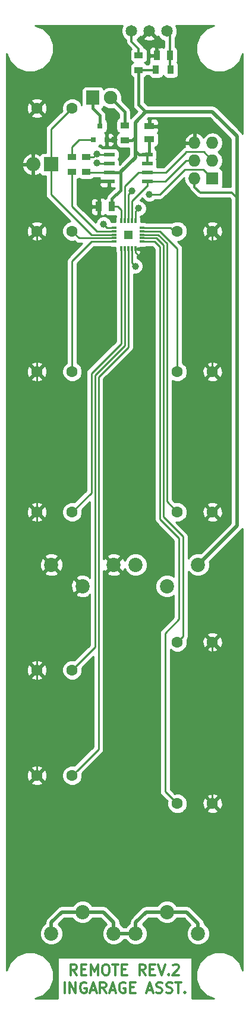
<source format=gtl>
G04 #@! TF.FileFunction,Copper,L1,Top,Signal*
%FSLAX46Y46*%
G04 Gerber Fmt 4.6, Leading zero omitted, Abs format (unit mm)*
G04 Created by KiCad (PCBNEW 4.0.4+e1-6308~48~ubuntu14.04.1-stable) date Thu Dec 22 12:45:23 2016*
%MOMM*%
%LPD*%
G01*
G04 APERTURE LIST*
%ADD10C,0.100000*%
%ADD11C,0.300000*%
%ADD12C,1.016000*%
%ADD13R,1.200000X0.900000*%
%ADD14R,0.800100X0.800100*%
%ADD15R,0.950000X1.400000*%
%ADD16R,1.727200X1.727200*%
%ADD17O,1.727200X1.727200*%
%ADD18R,0.900000X1.200000*%
%ADD19R,1.550000X0.600000*%
%ADD20C,1.650000*%
%ADD21R,1.400000X0.950000*%
%ADD22R,1.900000X2.000000*%
%ADD23C,1.900000*%
%ADD24C,2.020000*%
%ADD25C,1.600000*%
%ADD26R,2.032000X2.032000*%
%ADD27O,2.032000X2.032000*%
%ADD28R,0.800000X0.300000*%
%ADD29R,0.300000X0.800000*%
%ADD30R,1.250000X1.250000*%
%ADD31C,1.000000*%
%ADD32C,0.400000*%
%ADD33C,0.500000*%
%ADD34C,0.250000*%
%ADD35C,0.254000*%
G04 APERTURE END LIST*
D10*
D11*
X130678572Y-168403571D02*
X130178572Y-167689286D01*
X129821429Y-168403571D02*
X129821429Y-166903571D01*
X130392857Y-166903571D01*
X130535715Y-166975000D01*
X130607143Y-167046429D01*
X130678572Y-167189286D01*
X130678572Y-167403571D01*
X130607143Y-167546429D01*
X130535715Y-167617857D01*
X130392857Y-167689286D01*
X129821429Y-167689286D01*
X131321429Y-167617857D02*
X131821429Y-167617857D01*
X132035715Y-168403571D02*
X131321429Y-168403571D01*
X131321429Y-166903571D01*
X132035715Y-166903571D01*
X132678572Y-168403571D02*
X132678572Y-166903571D01*
X133178572Y-167975000D01*
X133678572Y-166903571D01*
X133678572Y-168403571D01*
X134678572Y-166903571D02*
X134964286Y-166903571D01*
X135107144Y-166975000D01*
X135250001Y-167117857D01*
X135321429Y-167403571D01*
X135321429Y-167903571D01*
X135250001Y-168189286D01*
X135107144Y-168332143D01*
X134964286Y-168403571D01*
X134678572Y-168403571D01*
X134535715Y-168332143D01*
X134392858Y-168189286D01*
X134321429Y-167903571D01*
X134321429Y-167403571D01*
X134392858Y-167117857D01*
X134535715Y-166975000D01*
X134678572Y-166903571D01*
X135750001Y-166903571D02*
X136607144Y-166903571D01*
X136178573Y-168403571D02*
X136178573Y-166903571D01*
X137107144Y-167617857D02*
X137607144Y-167617857D01*
X137821430Y-168403571D02*
X137107144Y-168403571D01*
X137107144Y-166903571D01*
X137821430Y-166903571D01*
X140464287Y-168403571D02*
X139964287Y-167689286D01*
X139607144Y-168403571D02*
X139607144Y-166903571D01*
X140178572Y-166903571D01*
X140321430Y-166975000D01*
X140392858Y-167046429D01*
X140464287Y-167189286D01*
X140464287Y-167403571D01*
X140392858Y-167546429D01*
X140321430Y-167617857D01*
X140178572Y-167689286D01*
X139607144Y-167689286D01*
X141107144Y-167617857D02*
X141607144Y-167617857D01*
X141821430Y-168403571D02*
X141107144Y-168403571D01*
X141107144Y-166903571D01*
X141821430Y-166903571D01*
X142250001Y-166903571D02*
X142750001Y-168403571D01*
X143250001Y-166903571D01*
X143750001Y-168260714D02*
X143821429Y-168332143D01*
X143750001Y-168403571D01*
X143678572Y-168332143D01*
X143750001Y-168260714D01*
X143750001Y-168403571D01*
X144392858Y-167046429D02*
X144464287Y-166975000D01*
X144607144Y-166903571D01*
X144964287Y-166903571D01*
X145107144Y-166975000D01*
X145178573Y-167046429D01*
X145250001Y-167189286D01*
X145250001Y-167332143D01*
X145178573Y-167546429D01*
X144321430Y-168403571D01*
X145250001Y-168403571D01*
X128928572Y-170953571D02*
X128928572Y-169453571D01*
X129642858Y-170953571D02*
X129642858Y-169453571D01*
X130500001Y-170953571D01*
X130500001Y-169453571D01*
X132000001Y-169525000D02*
X131857144Y-169453571D01*
X131642858Y-169453571D01*
X131428573Y-169525000D01*
X131285715Y-169667857D01*
X131214287Y-169810714D01*
X131142858Y-170096429D01*
X131142858Y-170310714D01*
X131214287Y-170596429D01*
X131285715Y-170739286D01*
X131428573Y-170882143D01*
X131642858Y-170953571D01*
X131785715Y-170953571D01*
X132000001Y-170882143D01*
X132071430Y-170810714D01*
X132071430Y-170310714D01*
X131785715Y-170310714D01*
X132642858Y-170525000D02*
X133357144Y-170525000D01*
X132500001Y-170953571D02*
X133000001Y-169453571D01*
X133500001Y-170953571D01*
X134857144Y-170953571D02*
X134357144Y-170239286D01*
X134000001Y-170953571D02*
X134000001Y-169453571D01*
X134571429Y-169453571D01*
X134714287Y-169525000D01*
X134785715Y-169596429D01*
X134857144Y-169739286D01*
X134857144Y-169953571D01*
X134785715Y-170096429D01*
X134714287Y-170167857D01*
X134571429Y-170239286D01*
X134000001Y-170239286D01*
X135428572Y-170525000D02*
X136142858Y-170525000D01*
X135285715Y-170953571D02*
X135785715Y-169453571D01*
X136285715Y-170953571D01*
X137571429Y-169525000D02*
X137428572Y-169453571D01*
X137214286Y-169453571D01*
X137000001Y-169525000D01*
X136857143Y-169667857D01*
X136785715Y-169810714D01*
X136714286Y-170096429D01*
X136714286Y-170310714D01*
X136785715Y-170596429D01*
X136857143Y-170739286D01*
X137000001Y-170882143D01*
X137214286Y-170953571D01*
X137357143Y-170953571D01*
X137571429Y-170882143D01*
X137642858Y-170810714D01*
X137642858Y-170310714D01*
X137357143Y-170310714D01*
X138285715Y-170167857D02*
X138785715Y-170167857D01*
X139000001Y-170953571D02*
X138285715Y-170953571D01*
X138285715Y-169453571D01*
X139000001Y-169453571D01*
X140714286Y-170525000D02*
X141428572Y-170525000D01*
X140571429Y-170953571D02*
X141071429Y-169453571D01*
X141571429Y-170953571D01*
X142000000Y-170882143D02*
X142214286Y-170953571D01*
X142571429Y-170953571D01*
X142714286Y-170882143D01*
X142785715Y-170810714D01*
X142857143Y-170667857D01*
X142857143Y-170525000D01*
X142785715Y-170382143D01*
X142714286Y-170310714D01*
X142571429Y-170239286D01*
X142285715Y-170167857D01*
X142142857Y-170096429D01*
X142071429Y-170025000D01*
X142000000Y-169882143D01*
X142000000Y-169739286D01*
X142071429Y-169596429D01*
X142142857Y-169525000D01*
X142285715Y-169453571D01*
X142642857Y-169453571D01*
X142857143Y-169525000D01*
X143428571Y-170882143D02*
X143642857Y-170953571D01*
X144000000Y-170953571D01*
X144142857Y-170882143D01*
X144214286Y-170810714D01*
X144285714Y-170667857D01*
X144285714Y-170525000D01*
X144214286Y-170382143D01*
X144142857Y-170310714D01*
X144000000Y-170239286D01*
X143714286Y-170167857D01*
X143571428Y-170096429D01*
X143500000Y-170025000D01*
X143428571Y-169882143D01*
X143428571Y-169739286D01*
X143500000Y-169596429D01*
X143571428Y-169525000D01*
X143714286Y-169453571D01*
X144071428Y-169453571D01*
X144285714Y-169525000D01*
X144714285Y-169453571D02*
X145571428Y-169453571D01*
X145142857Y-170953571D02*
X145142857Y-169453571D01*
X146071428Y-170810714D02*
X146142856Y-170882143D01*
X146071428Y-170953571D01*
X145999999Y-170882143D01*
X146071428Y-170810714D01*
X146071428Y-170953571D01*
D12*
X153500000Y-45000000D03*
X153500000Y-41000000D03*
X146500000Y-34000000D03*
X142500000Y-36000000D03*
D13*
X132000000Y-51950000D03*
X132000000Y-54050000D03*
X130000000Y-51950000D03*
X130000000Y-54050000D03*
D12*
X138000000Y-63000000D03*
D14*
X133050000Y-49500760D03*
X134950000Y-49500760D03*
X134000000Y-47501780D03*
D15*
X135675000Y-59000000D03*
X133825000Y-59000000D03*
X143925000Y-37500000D03*
X142075000Y-37500000D03*
D16*
X150000000Y-55000000D03*
D17*
X147460000Y-55000000D03*
X150000000Y-52460000D03*
X147460000Y-52460000D03*
X150000000Y-49920000D03*
X147460000Y-49920000D03*
D13*
X137500000Y-49550000D03*
X137500000Y-47450000D03*
D18*
X141950000Y-39500000D03*
X144050000Y-39500000D03*
D13*
X139500000Y-39550000D03*
X139500000Y-37450000D03*
D19*
X135300000Y-51595000D03*
X135300000Y-52865000D03*
X135300000Y-54135000D03*
X135300000Y-55405000D03*
X140700000Y-55405000D03*
X140700000Y-54135000D03*
X140700000Y-52865000D03*
X140700000Y-51595000D03*
D20*
X138460000Y-34000000D03*
X141000000Y-34000000D03*
X143540000Y-34000000D03*
D21*
X141000000Y-49425000D03*
X141000000Y-47575000D03*
D22*
X132960000Y-43500000D03*
D23*
X135500000Y-43500000D03*
D24*
X127055000Y-110000000D03*
X135945000Y-110000000D03*
X131500000Y-113050000D03*
X147945000Y-162500000D03*
X139055000Y-162500000D03*
X143500000Y-159450000D03*
X139055000Y-110000000D03*
X147945000Y-110000000D03*
X143500000Y-113050000D03*
X135945000Y-162500000D03*
X127055000Y-162500000D03*
X131500000Y-159450000D03*
D25*
X130000000Y-45000000D03*
X125000000Y-45000000D03*
X130000000Y-102500000D03*
X125000000Y-102500000D03*
X145000000Y-144000000D03*
X150000000Y-144000000D03*
X145000000Y-82500000D03*
X150000000Y-82500000D03*
X130000000Y-62500000D03*
X125000000Y-62500000D03*
X130000000Y-125000000D03*
X125000000Y-125000000D03*
X145000000Y-121000000D03*
X150000000Y-121000000D03*
X145000000Y-62500000D03*
X150000000Y-62500000D03*
X130000000Y-82500000D03*
X125000000Y-82500000D03*
X130000000Y-140000000D03*
X125000000Y-140000000D03*
X145000000Y-102500000D03*
X150000000Y-102500000D03*
D26*
X127000000Y-53000000D03*
D27*
X124460000Y-53000000D03*
D28*
X136000000Y-63000000D03*
X136000000Y-62500000D03*
X136000000Y-62000000D03*
X136000000Y-63500000D03*
X136000000Y-64000000D03*
D29*
X137000000Y-65000000D03*
X137500000Y-65000000D03*
X138000000Y-65000000D03*
X138500000Y-65000000D03*
X139000000Y-65000000D03*
D28*
X140000000Y-64000000D03*
X140000000Y-63500000D03*
X140000000Y-63000000D03*
X140000000Y-62500000D03*
X140000000Y-62000000D03*
D29*
X139000000Y-61000000D03*
X138500000Y-61000000D03*
X138000000Y-61000000D03*
X137500000Y-61000000D03*
X137000000Y-61000000D03*
D30*
X138000000Y-63000000D03*
D31*
X143000000Y-47500000D03*
X140000000Y-66000000D03*
X136000000Y-49500000D03*
X133500000Y-57500000D03*
X133500000Y-55500000D03*
X138500000Y-56750000D03*
X141000000Y-57250000D03*
X133500000Y-52750000D03*
X139000000Y-67500000D03*
X134500000Y-61500000D03*
X133500000Y-51500000D03*
X139500000Y-59250000D03*
D11*
X139500000Y-39550000D02*
X141900000Y-39550000D01*
X141900000Y-39550000D02*
X141950000Y-39500000D01*
D32*
X139500000Y-39550000D02*
X139500000Y-44500000D01*
X139500000Y-44500000D02*
X140500000Y-45500000D01*
D33*
X153500000Y-57750000D02*
X153500000Y-104445000D01*
X153500000Y-104445000D02*
X147945000Y-110000000D01*
D32*
X141000000Y-49425000D02*
X141000000Y-51295000D01*
X141000000Y-51295000D02*
X140700000Y-51595000D01*
X136924992Y-54075008D02*
X136865000Y-54135000D01*
X136865000Y-54135000D02*
X135300000Y-54135000D01*
D33*
X139000000Y-49000000D02*
X139000000Y-51000000D01*
D32*
X140700000Y-51595000D02*
X139525000Y-51595000D01*
D33*
X139000000Y-51000000D02*
X139000000Y-52000000D01*
D32*
X139525000Y-51595000D02*
X139000000Y-51070000D01*
X139000000Y-51070000D02*
X139000000Y-51000000D01*
D33*
X139000000Y-47000000D02*
X139000000Y-49000000D01*
D32*
X139000000Y-49050000D02*
X139000000Y-49000000D01*
X137500000Y-49550000D02*
X138500000Y-49550000D01*
X138500000Y-49550000D02*
X139000000Y-49050000D01*
D33*
X150000000Y-45500000D02*
X142000000Y-45500000D01*
X142000000Y-45500000D02*
X140500000Y-45500000D01*
D32*
X136924992Y-55500000D02*
X136924992Y-54075008D01*
D33*
X139000000Y-52000000D02*
X136924992Y-54075008D01*
X140500000Y-45500000D02*
X139000000Y-47000000D01*
D32*
X136924992Y-56650008D02*
X136924992Y-55500000D01*
D33*
X153500000Y-49000000D02*
X150000000Y-45500000D01*
D32*
X140875000Y-49550000D02*
X141000000Y-49425000D01*
D34*
X135300000Y-54135000D02*
X132085000Y-54135000D01*
X132085000Y-54135000D02*
X132000000Y-54050000D01*
X137000000Y-59500000D02*
X136500000Y-59000000D01*
X136500000Y-59000000D02*
X135675000Y-59000000D01*
X137000000Y-61000000D02*
X137000000Y-59500000D01*
D11*
X140575000Y-51470000D02*
X140700000Y-51595000D01*
X140700000Y-51595000D02*
X140700000Y-52865000D01*
D32*
X135675000Y-59000000D02*
X135675000Y-57900000D01*
X135675000Y-57900000D02*
X136924992Y-56650008D01*
D33*
X153500000Y-57750000D02*
X153500000Y-49000000D01*
D11*
X152250000Y-57000000D02*
X152750000Y-57000000D01*
X152750000Y-57000000D02*
X153500000Y-57750000D01*
X148238686Y-57000000D02*
X152250000Y-57000000D01*
X147460000Y-55000000D02*
X147460000Y-56221314D01*
X147460000Y-56221314D02*
X148238686Y-57000000D01*
X141000000Y-47575000D02*
X142925000Y-47575000D01*
X142925000Y-47575000D02*
X143000000Y-47500000D01*
X142075000Y-37500000D02*
X142075000Y-35075000D01*
X142075000Y-35075000D02*
X141000000Y-34000000D01*
D34*
X125000000Y-82500000D02*
X125000000Y-102500000D01*
X139000000Y-65500000D02*
X139000000Y-65000000D01*
X139500000Y-66000000D02*
X139000000Y-65500000D01*
X140000000Y-66000000D02*
X139500000Y-66000000D01*
D32*
X134950000Y-49500760D02*
X135999240Y-49500760D01*
X135999240Y-49500760D02*
X136000000Y-49500000D01*
D34*
X133825000Y-59000000D02*
X133825000Y-57825000D01*
X133825000Y-57825000D02*
X133500000Y-57500000D01*
X135300000Y-55405000D02*
X133595000Y-55405000D01*
X133595000Y-55405000D02*
X133500000Y-55500000D01*
X150000000Y-121000000D02*
X150000000Y-144000000D01*
X125000000Y-62500000D02*
X125000000Y-63631370D01*
X125000000Y-63631370D02*
X125000000Y-82500000D01*
X125000000Y-102500000D02*
X125000000Y-109250000D01*
X125000000Y-109250000D02*
X125000000Y-125000000D01*
X125000000Y-109373355D02*
X125000000Y-109250000D01*
X125000000Y-125000000D02*
X125000000Y-140000000D01*
X150000000Y-62500000D02*
X150000000Y-82500000D01*
D11*
X143925000Y-37500000D02*
X143925000Y-34385000D01*
X143925000Y-34385000D02*
X143540000Y-34000000D01*
X143925000Y-37500000D02*
X143925000Y-39375000D01*
X143925000Y-39375000D02*
X144050000Y-39500000D01*
D32*
X134000000Y-47501780D02*
X134000000Y-46000000D01*
X132960000Y-43500000D02*
X132960000Y-44960000D01*
X132960000Y-44960000D02*
X134000000Y-46000000D01*
D34*
X147460000Y-52460000D02*
X146238686Y-52460000D01*
X146238686Y-52460000D02*
X143293686Y-55405000D01*
X143293686Y-55405000D02*
X143000000Y-55405000D01*
X143000000Y-55405000D02*
X140700000Y-55405000D01*
X140653998Y-56096002D02*
X138500000Y-58250000D01*
X138500000Y-58250000D02*
X138500000Y-61000000D01*
X140700000Y-56096002D02*
X140653998Y-56096002D01*
X140700000Y-56096002D02*
X140700000Y-55405000D01*
X138000000Y-57575000D02*
X138000000Y-57250000D01*
X138000000Y-57250000D02*
X138500000Y-56750000D01*
X138000000Y-61000000D02*
X138000000Y-57575000D01*
X150000000Y-55000000D02*
X148698601Y-53698601D01*
X148698601Y-53698601D02*
X146051399Y-53698601D01*
X146051399Y-53698601D02*
X142500000Y-57250000D01*
X142500000Y-57250000D02*
X141000000Y-57250000D01*
X135300000Y-52865000D02*
X133615000Y-52865000D01*
X133615000Y-52865000D02*
X133500000Y-52750000D01*
X137500000Y-56135000D02*
X139500000Y-54135000D01*
X139500000Y-54135000D02*
X140700000Y-54135000D01*
X137500000Y-61000000D02*
X137500000Y-56135000D01*
X146000000Y-51500000D02*
X146278601Y-51221399D01*
X146278601Y-51221399D02*
X148761399Y-51221399D01*
X148761399Y-51221399D02*
X150000000Y-52460000D01*
X146253601Y-51246399D02*
X146000000Y-51500000D01*
X146000000Y-51500000D02*
X143365000Y-54135000D01*
X143365000Y-54135000D02*
X140700000Y-54135000D01*
X139865000Y-54135000D02*
X141200000Y-54135000D01*
X141085000Y-54250000D02*
X141200000Y-54135000D01*
D33*
X143500000Y-159450000D02*
X146000000Y-159450000D01*
X147945000Y-162500000D02*
X147945000Y-161071645D01*
X147945000Y-161071645D02*
X146323355Y-159450000D01*
X146323355Y-159450000D02*
X146000000Y-159450000D01*
X135945000Y-162500000D02*
X135945000Y-160945000D01*
X135945000Y-160945000D02*
X134450000Y-159450000D01*
X134450000Y-159450000D02*
X131500000Y-159450000D01*
X139055000Y-162500000D02*
X139055000Y-160945000D01*
X139055000Y-160945000D02*
X140550000Y-159450000D01*
X140550000Y-159450000D02*
X143500000Y-159450000D01*
X135945000Y-162500000D02*
X139055000Y-162500000D01*
X131500000Y-159450000D02*
X128550000Y-159450000D01*
X128550000Y-159450000D02*
X127055000Y-160945000D01*
X127055000Y-162500000D02*
X127055000Y-160945000D01*
D34*
X133500000Y-62500000D02*
X132500000Y-61500000D01*
X132500000Y-61500000D02*
X131750000Y-60750000D01*
X130000000Y-54050000D02*
X130000000Y-59000000D01*
X130000000Y-59000000D02*
X132500000Y-61500000D01*
X136000000Y-62500000D02*
X133500000Y-62500000D01*
D11*
X139500000Y-37450000D02*
X139500000Y-36540000D01*
X139500000Y-36540000D02*
X138460000Y-35500000D01*
X138460000Y-35500000D02*
X138460000Y-34000000D01*
D34*
X138500000Y-66674980D02*
X138500000Y-67000000D01*
X138500000Y-67000000D02*
X139000000Y-67500000D01*
X138500000Y-65000000D02*
X138500000Y-66674980D01*
X132750000Y-63000000D02*
X127750000Y-58000000D01*
X127000000Y-57250000D02*
X127750000Y-58000000D01*
X127750000Y-58000000D02*
X127500000Y-57750000D01*
X127000000Y-53000000D02*
X127000000Y-57250000D01*
X127000000Y-53000000D02*
X127000000Y-48000000D01*
X127000000Y-48000000D02*
X130000000Y-45000000D01*
X135500000Y-63000000D02*
X132750000Y-63000000D01*
X135000000Y-63000000D02*
X135500000Y-63000000D01*
X135500000Y-63000000D02*
X136000000Y-63000000D01*
X137000000Y-78500000D02*
X132750000Y-82750000D01*
X132750000Y-82750000D02*
X132750000Y-99750000D01*
X132750000Y-99750000D02*
X130000000Y-102500000D01*
X137000000Y-65000000D02*
X137000000Y-78500000D01*
X141750000Y-64000000D02*
X140000000Y-64000000D01*
X142499980Y-64750000D02*
X142499980Y-103499980D01*
X141750000Y-64000000D02*
X141750000Y-64000020D01*
X141750000Y-64000020D02*
X142499980Y-64750000D01*
X145250000Y-113000000D02*
X145250000Y-113250000D01*
X145250000Y-113250000D02*
X145250000Y-117750000D01*
X145250000Y-106250000D02*
X145250000Y-113250000D01*
X142499980Y-103499980D02*
X145250000Y-106250000D01*
X143250000Y-142250000D02*
X145000000Y-144000000D01*
X143250000Y-119750000D02*
X143250000Y-142250000D01*
X145250000Y-117750000D02*
X143250000Y-119750000D01*
X140000000Y-62500000D02*
X142500000Y-62500000D01*
X142500000Y-62500000D02*
X145000000Y-65000000D01*
X145000000Y-65000000D02*
X145000000Y-82500000D01*
X136000000Y-63500000D02*
X131000000Y-63500000D01*
X131000000Y-63500000D02*
X130000000Y-62500000D01*
X133250000Y-83042880D02*
X133250000Y-121750000D01*
X133250000Y-121750000D02*
X130000000Y-125000000D01*
X137500000Y-78792880D02*
X133250000Y-83042880D01*
X137500000Y-66250000D02*
X137500000Y-78792880D01*
X137500010Y-66250010D02*
X137500000Y-66250000D01*
X137500000Y-66250000D02*
X137500000Y-65000000D01*
X142000000Y-63500000D02*
X140000000Y-63500000D01*
X142999990Y-64500000D02*
X142999990Y-103199991D01*
X142000000Y-63500000D02*
X142000000Y-63500010D01*
X142000000Y-63500010D02*
X142999990Y-64500000D01*
X142999990Y-103199991D02*
X145799999Y-106000000D01*
X145799999Y-106000000D02*
X145799999Y-120200001D01*
X145799999Y-120200001D02*
X145000000Y-121000000D01*
X144000000Y-62000000D02*
X140250000Y-62000000D01*
X140250000Y-62000000D02*
X140000000Y-62000000D01*
X144500000Y-62500000D02*
X144000000Y-62000000D01*
X145000000Y-62500000D02*
X144500000Y-62500000D01*
X130000000Y-82500000D02*
X130000000Y-66763610D01*
X130000000Y-66763610D02*
X132763610Y-64000000D01*
X132763610Y-64000000D02*
X135350000Y-64000000D01*
X135350000Y-64000000D02*
X136000000Y-64000000D01*
X133750000Y-84250000D02*
X133750008Y-84250008D01*
X133750008Y-84250008D02*
X133750008Y-136249992D01*
X133750008Y-136249992D02*
X130799999Y-139200001D01*
X130799999Y-139200001D02*
X130000000Y-140000000D01*
X133750000Y-84250000D02*
X133750000Y-83957120D01*
X133750000Y-83250000D02*
X133750000Y-84250000D01*
X138000020Y-78999980D02*
X133750000Y-83250000D01*
X138000020Y-66250000D02*
X138000000Y-66249980D01*
X138000000Y-66249980D02*
X138000000Y-65000000D01*
X138000020Y-66250000D02*
X138000020Y-78999980D01*
X140000000Y-63000000D02*
X142250000Y-63000000D01*
X142250000Y-63000000D02*
X143500000Y-64250000D01*
X143500000Y-64250000D02*
X143500000Y-101000000D01*
X143500000Y-101000000D02*
X145000000Y-102500000D01*
D32*
X137500000Y-47450000D02*
X137500000Y-45500000D01*
X137500000Y-45500000D02*
X135500000Y-43500000D01*
D34*
X136000000Y-62000000D02*
X135000000Y-62000000D01*
X135000000Y-62000000D02*
X134500000Y-61500000D01*
X132000000Y-51950000D02*
X133050000Y-51950000D01*
X133050000Y-51950000D02*
X133500000Y-51500000D01*
X133595000Y-51595000D02*
X133500000Y-51500000D01*
X135300000Y-51595000D02*
X133595000Y-51595000D01*
X139000000Y-61000000D02*
X139000000Y-59750000D01*
X139000000Y-59750000D02*
X139500000Y-59250000D01*
X130999240Y-49500760D02*
X130000000Y-50500000D01*
X130000000Y-50500000D02*
X130000000Y-51950000D01*
X133050000Y-49500760D02*
X130999240Y-49500760D01*
D35*
G36*
X137000254Y-33708314D02*
X136999747Y-34289138D01*
X137221551Y-34825943D01*
X137631897Y-35237006D01*
X137675000Y-35254904D01*
X137675000Y-35500000D01*
X137734755Y-35800407D01*
X137904921Y-36055079D01*
X138423064Y-36573222D01*
X138303569Y-36748110D01*
X138252560Y-37000000D01*
X138252560Y-37900000D01*
X138296838Y-38135317D01*
X138435910Y-38351441D01*
X138648110Y-38496431D01*
X138661197Y-38499081D01*
X138448559Y-38635910D01*
X138303569Y-38848110D01*
X138252560Y-39100000D01*
X138252560Y-40000000D01*
X138296838Y-40235317D01*
X138435910Y-40451441D01*
X138648110Y-40596431D01*
X138665000Y-40599851D01*
X138665000Y-44500000D01*
X138728561Y-44819541D01*
X138788714Y-44909566D01*
X138909566Y-45090434D01*
X139283776Y-45464644D01*
X138374210Y-46374210D01*
X138353746Y-46404837D01*
X138351890Y-46403569D01*
X138335000Y-46400149D01*
X138335000Y-45500000D01*
X138271439Y-45180459D01*
X138090434Y-44909566D01*
X137059140Y-43878272D01*
X137084724Y-43816659D01*
X137085275Y-43186107D01*
X136844481Y-42603343D01*
X136399003Y-42157086D01*
X135816659Y-41915276D01*
X135186107Y-41914725D01*
X134603343Y-42155519D01*
X134505663Y-42253029D01*
X134374090Y-42048559D01*
X134161890Y-41903569D01*
X133910000Y-41852560D01*
X132010000Y-41852560D01*
X131774683Y-41896838D01*
X131558559Y-42035910D01*
X131413569Y-42248110D01*
X131362560Y-42500000D01*
X131362560Y-44500000D01*
X131376344Y-44573253D01*
X131217243Y-44188200D01*
X130813923Y-43784176D01*
X130286691Y-43565250D01*
X129715813Y-43564752D01*
X129188200Y-43782757D01*
X128784176Y-44186077D01*
X128565250Y-44713309D01*
X128564752Y-45284187D01*
X128587049Y-45338149D01*
X126462599Y-47462599D01*
X126297852Y-47709161D01*
X126240000Y-48000000D01*
X126240000Y-51336560D01*
X125984000Y-51336560D01*
X125748683Y-51380838D01*
X125532559Y-51519910D01*
X125421160Y-51682948D01*
X125324818Y-51593615D01*
X124842944Y-51394025D01*
X124587000Y-51513164D01*
X124587000Y-52873000D01*
X124607000Y-52873000D01*
X124607000Y-53127000D01*
X124587000Y-53127000D01*
X124587000Y-54486836D01*
X124842944Y-54605975D01*
X125324818Y-54406385D01*
X125422398Y-54315903D01*
X125519910Y-54467441D01*
X125732110Y-54612431D01*
X125984000Y-54663440D01*
X126240000Y-54663440D01*
X126240000Y-57250000D01*
X126297852Y-57540839D01*
X126462599Y-57787401D01*
X129739971Y-61064773D01*
X129715813Y-61064752D01*
X129188200Y-61282757D01*
X128784176Y-61686077D01*
X128565250Y-62213309D01*
X128564752Y-62784187D01*
X128782757Y-63311800D01*
X129186077Y-63715824D01*
X129713309Y-63934750D01*
X130284187Y-63935248D01*
X130338149Y-63912951D01*
X130462599Y-64037401D01*
X130709161Y-64202148D01*
X131000000Y-64260000D01*
X131428808Y-64260000D01*
X129462599Y-66226209D01*
X129297852Y-66472771D01*
X129240000Y-66763610D01*
X129240000Y-81261354D01*
X129188200Y-81282757D01*
X128784176Y-81686077D01*
X128565250Y-82213309D01*
X128564752Y-82784187D01*
X128782757Y-83311800D01*
X129186077Y-83715824D01*
X129713309Y-83934750D01*
X130284187Y-83935248D01*
X130811800Y-83717243D01*
X131215824Y-83313923D01*
X131434750Y-82786691D01*
X131435248Y-82215813D01*
X131217243Y-81688200D01*
X130813923Y-81284176D01*
X130760000Y-81261785D01*
X130760000Y-67078412D01*
X133078412Y-64760000D01*
X135415116Y-64760000D01*
X135600000Y-64797440D01*
X136202560Y-64797440D01*
X136202560Y-65400000D01*
X136240000Y-65598976D01*
X136240000Y-78185198D01*
X132212599Y-82212599D01*
X132047852Y-82459161D01*
X131990000Y-82750000D01*
X131990000Y-99435198D01*
X130338454Y-101086744D01*
X130286691Y-101065250D01*
X129715813Y-101064752D01*
X129188200Y-101282757D01*
X128784176Y-101686077D01*
X128565250Y-102213309D01*
X128564752Y-102784187D01*
X128782757Y-103311800D01*
X129186077Y-103715824D01*
X129713309Y-103934750D01*
X130284187Y-103935248D01*
X130811800Y-103717243D01*
X131215824Y-103313923D01*
X131434750Y-102786691D01*
X131435248Y-102215813D01*
X131412951Y-102161851D01*
X132490000Y-101084802D01*
X132490000Y-111880392D01*
X132480160Y-111890232D01*
X132380274Y-111622342D01*
X131766926Y-111394149D01*
X131112941Y-111418044D01*
X130619726Y-111622342D01*
X130519839Y-111890234D01*
X131500000Y-112870395D01*
X131514143Y-112856253D01*
X131693748Y-113035858D01*
X131679605Y-113050000D01*
X131693748Y-113064143D01*
X131514143Y-113243748D01*
X131500000Y-113229605D01*
X130519839Y-114209766D01*
X130619726Y-114477658D01*
X131233074Y-114705851D01*
X131887059Y-114681956D01*
X132380274Y-114477658D01*
X132480160Y-114209768D01*
X132490000Y-114219608D01*
X132490000Y-121435198D01*
X130338454Y-123586744D01*
X130286691Y-123565250D01*
X129715813Y-123564752D01*
X129188200Y-123782757D01*
X128784176Y-124186077D01*
X128565250Y-124713309D01*
X128564752Y-125284187D01*
X128782757Y-125811800D01*
X129186077Y-126215824D01*
X129713309Y-126434750D01*
X130284187Y-126435248D01*
X130811800Y-126217243D01*
X131215824Y-125813923D01*
X131434750Y-125286691D01*
X131435248Y-124715813D01*
X131412951Y-124661851D01*
X132990008Y-123084794D01*
X132990008Y-135935190D01*
X130338454Y-138586744D01*
X130286691Y-138565250D01*
X129715813Y-138564752D01*
X129188200Y-138782757D01*
X128784176Y-139186077D01*
X128565250Y-139713309D01*
X128564752Y-140284187D01*
X128782757Y-140811800D01*
X129186077Y-141215824D01*
X129713309Y-141434750D01*
X130284187Y-141435248D01*
X130811800Y-141217243D01*
X131215824Y-140813923D01*
X131434750Y-140286691D01*
X131435248Y-139715813D01*
X131412951Y-139661851D01*
X134287409Y-136787393D01*
X134452156Y-136540831D01*
X134510008Y-136249992D01*
X134510008Y-111159766D01*
X134964839Y-111159766D01*
X135064726Y-111427658D01*
X135678074Y-111655851D01*
X136332059Y-111631956D01*
X136825274Y-111427658D01*
X136925161Y-111159766D01*
X135945000Y-110179605D01*
X134964839Y-111159766D01*
X134510008Y-111159766D01*
X134510008Y-110862568D01*
X134517342Y-110880274D01*
X134785234Y-110980161D01*
X135765395Y-110000000D01*
X136124605Y-110000000D01*
X137104766Y-110980161D01*
X137372658Y-110880274D01*
X137498770Y-110541303D01*
X137659624Y-110930600D01*
X138121966Y-111393750D01*
X138726354Y-111644713D01*
X139380775Y-111645284D01*
X139985600Y-111395376D01*
X140448750Y-110933034D01*
X140699713Y-110328646D01*
X140700284Y-109674225D01*
X140450376Y-109069400D01*
X139988034Y-108606250D01*
X139383646Y-108355287D01*
X138729225Y-108354716D01*
X138124400Y-108604624D01*
X137661250Y-109066966D01*
X137505836Y-109441245D01*
X137372658Y-109119726D01*
X137104766Y-109019839D01*
X136124605Y-110000000D01*
X135765395Y-110000000D01*
X134785234Y-109019839D01*
X134517342Y-109119726D01*
X134510008Y-109139439D01*
X134510008Y-108840234D01*
X134964839Y-108840234D01*
X135945000Y-109820395D01*
X136925161Y-108840234D01*
X136825274Y-108572342D01*
X136211926Y-108344149D01*
X135557941Y-108368044D01*
X135064726Y-108572342D01*
X134964839Y-108840234D01*
X134510008Y-108840234D01*
X134510008Y-84250008D01*
X134510000Y-84249968D01*
X134510000Y-83564802D01*
X138537421Y-79537381D01*
X138702168Y-79290819D01*
X138760020Y-78999980D01*
X138760020Y-68629312D01*
X138773244Y-68634803D01*
X139224775Y-68635197D01*
X139642086Y-68462767D01*
X139961645Y-68143765D01*
X140134803Y-67726756D01*
X140135197Y-67275225D01*
X139962767Y-66857914D01*
X139643765Y-66538355D01*
X139260000Y-66379001D01*
X139260000Y-66035000D01*
X139276310Y-66035000D01*
X139509699Y-65938327D01*
X139688327Y-65759698D01*
X139785000Y-65526309D01*
X139785000Y-65285750D01*
X139626250Y-65127000D01*
X139297440Y-65127000D01*
X139297440Y-64873000D01*
X139626250Y-64873000D01*
X139701810Y-64797440D01*
X140400000Y-64797440D01*
X140598976Y-64760000D01*
X141435178Y-64760000D01*
X141739980Y-65064802D01*
X141739980Y-103499980D01*
X141797832Y-103790819D01*
X141962579Y-104037381D01*
X144490000Y-106564802D01*
X144490000Y-111713316D01*
X144433034Y-111656250D01*
X143828646Y-111405287D01*
X143174225Y-111404716D01*
X142569400Y-111654624D01*
X142106250Y-112116966D01*
X141855287Y-112721354D01*
X141854716Y-113375775D01*
X142104624Y-113980600D01*
X142566966Y-114443750D01*
X143171354Y-114694713D01*
X143825775Y-114695284D01*
X144430600Y-114445376D01*
X144490000Y-114386080D01*
X144490000Y-117435198D01*
X142712599Y-119212599D01*
X142547852Y-119459161D01*
X142490000Y-119750000D01*
X142490000Y-142250000D01*
X142547852Y-142540839D01*
X142712599Y-142787401D01*
X143586744Y-143661546D01*
X143565250Y-143713309D01*
X143564752Y-144284187D01*
X143782757Y-144811800D01*
X144186077Y-145215824D01*
X144713309Y-145434750D01*
X145284187Y-145435248D01*
X145811800Y-145217243D01*
X146021663Y-145007745D01*
X149171861Y-145007745D01*
X149245995Y-145253864D01*
X149783223Y-145446965D01*
X150353454Y-145419778D01*
X150754005Y-145253864D01*
X150828139Y-145007745D01*
X150000000Y-144179605D01*
X149171861Y-145007745D01*
X146021663Y-145007745D01*
X146215824Y-144813923D01*
X146434750Y-144286691D01*
X146435189Y-143783223D01*
X148553035Y-143783223D01*
X148580222Y-144353454D01*
X148746136Y-144754005D01*
X148992255Y-144828139D01*
X149820395Y-144000000D01*
X150179605Y-144000000D01*
X151007745Y-144828139D01*
X151253864Y-144754005D01*
X151446965Y-144216777D01*
X151419778Y-143646546D01*
X151253864Y-143245995D01*
X151007745Y-143171861D01*
X150179605Y-144000000D01*
X149820395Y-144000000D01*
X148992255Y-143171861D01*
X148746136Y-143245995D01*
X148553035Y-143783223D01*
X146435189Y-143783223D01*
X146435248Y-143715813D01*
X146217243Y-143188200D01*
X146021640Y-142992255D01*
X149171861Y-142992255D01*
X150000000Y-143820395D01*
X150828139Y-142992255D01*
X150754005Y-142746136D01*
X150216777Y-142553035D01*
X149646546Y-142580222D01*
X149245995Y-142746136D01*
X149171861Y-142992255D01*
X146021640Y-142992255D01*
X145813923Y-142784176D01*
X145286691Y-142565250D01*
X144715813Y-142564752D01*
X144661851Y-142587049D01*
X144010000Y-141935198D01*
X144010000Y-122039440D01*
X144186077Y-122215824D01*
X144713309Y-122434750D01*
X145284187Y-122435248D01*
X145811800Y-122217243D01*
X146021663Y-122007745D01*
X149171861Y-122007745D01*
X149245995Y-122253864D01*
X149783223Y-122446965D01*
X150353454Y-122419778D01*
X150754005Y-122253864D01*
X150828139Y-122007745D01*
X150000000Y-121179605D01*
X149171861Y-122007745D01*
X146021663Y-122007745D01*
X146215824Y-121813923D01*
X146434750Y-121286691D01*
X146435189Y-120783223D01*
X148553035Y-120783223D01*
X148580222Y-121353454D01*
X148746136Y-121754005D01*
X148992255Y-121828139D01*
X149820395Y-121000000D01*
X150179605Y-121000000D01*
X151007745Y-121828139D01*
X151253864Y-121754005D01*
X151446965Y-121216777D01*
X151419778Y-120646546D01*
X151253864Y-120245995D01*
X151007745Y-120171861D01*
X150179605Y-121000000D01*
X149820395Y-121000000D01*
X148992255Y-120171861D01*
X148746136Y-120245995D01*
X148553035Y-120783223D01*
X146435189Y-120783223D01*
X146435248Y-120715813D01*
X146403372Y-120638668D01*
X146502147Y-120490841D01*
X146511745Y-120442587D01*
X146559999Y-120200001D01*
X146559999Y-119992255D01*
X149171861Y-119992255D01*
X150000000Y-120820395D01*
X150828139Y-119992255D01*
X150754005Y-119746136D01*
X150216777Y-119553035D01*
X149646546Y-119580222D01*
X149245995Y-119746136D01*
X149171861Y-119992255D01*
X146559999Y-119992255D01*
X146559999Y-110940993D01*
X147011966Y-111393750D01*
X147616354Y-111644713D01*
X148270775Y-111645284D01*
X148875600Y-111395376D01*
X149338750Y-110933034D01*
X149589713Y-110328646D01*
X149590284Y-109674225D01*
X149570423Y-109626157D01*
X154125787Y-105070792D01*
X154125790Y-105070790D01*
X154290000Y-104825031D01*
X154290000Y-167750181D01*
X153822138Y-166617868D01*
X152887055Y-165681151D01*
X151664685Y-165173579D01*
X150341122Y-165172424D01*
X149117868Y-165677862D01*
X148181151Y-166612945D01*
X147673579Y-167835315D01*
X147672424Y-169158878D01*
X148177862Y-170382132D01*
X149112945Y-171318849D01*
X150247603Y-171790000D01*
X147063571Y-171790000D01*
X147063571Y-165890000D01*
X127936429Y-165890000D01*
X127936429Y-171790000D01*
X124749819Y-171790000D01*
X125882132Y-171322138D01*
X126818849Y-170387055D01*
X127326421Y-169164685D01*
X127327576Y-167841122D01*
X126822138Y-166617868D01*
X125887055Y-165681151D01*
X124664685Y-165173579D01*
X123341122Y-165172424D01*
X122117868Y-165677862D01*
X121181151Y-166612945D01*
X120710000Y-167747603D01*
X120710000Y-162825775D01*
X125409716Y-162825775D01*
X125659624Y-163430600D01*
X126121966Y-163893750D01*
X126726354Y-164144713D01*
X127380775Y-164145284D01*
X127985600Y-163895376D01*
X128448750Y-163433034D01*
X128699713Y-162828646D01*
X128700284Y-162174225D01*
X128450376Y-161569400D01*
X128066613Y-161184967D01*
X128916579Y-160335000D01*
X130085783Y-160335000D01*
X130104624Y-160380600D01*
X130566966Y-160843750D01*
X131171354Y-161094713D01*
X131825775Y-161095284D01*
X132430600Y-160845376D01*
X132893750Y-160383034D01*
X132913695Y-160335000D01*
X134083420Y-160335000D01*
X134933652Y-161185231D01*
X134551250Y-161566966D01*
X134300287Y-162171354D01*
X134299716Y-162825775D01*
X134549624Y-163430600D01*
X135011966Y-163893750D01*
X135616354Y-164144713D01*
X136270775Y-164145284D01*
X136875600Y-163895376D01*
X137338750Y-163433034D01*
X137358695Y-163385000D01*
X137640783Y-163385000D01*
X137659624Y-163430600D01*
X138121966Y-163893750D01*
X138726354Y-164144713D01*
X139380775Y-164145284D01*
X139985600Y-163895376D01*
X140448750Y-163433034D01*
X140699713Y-162828646D01*
X140700284Y-162174225D01*
X140450376Y-161569400D01*
X140066613Y-161184967D01*
X140916579Y-160335000D01*
X142085783Y-160335000D01*
X142104624Y-160380600D01*
X142566966Y-160843750D01*
X143171354Y-161094713D01*
X143825775Y-161095284D01*
X144430600Y-160845376D01*
X144893750Y-160383034D01*
X144913695Y-160335000D01*
X145956775Y-160335000D01*
X146870274Y-161248498D01*
X146551250Y-161566966D01*
X146300287Y-162171354D01*
X146299716Y-162825775D01*
X146549624Y-163430600D01*
X147011966Y-163893750D01*
X147616354Y-164144713D01*
X148270775Y-164145284D01*
X148875600Y-163895376D01*
X149338750Y-163433034D01*
X149589713Y-162828646D01*
X149590284Y-162174225D01*
X149340376Y-161569400D01*
X148878034Y-161106250D01*
X148830000Y-161086305D01*
X148830000Y-161071645D01*
X148762633Y-160732970D01*
X148570790Y-160445855D01*
X148570787Y-160445853D01*
X146949145Y-158824210D01*
X146662030Y-158632367D01*
X146605839Y-158621190D01*
X146323355Y-158564999D01*
X146323350Y-158565000D01*
X144914217Y-158565000D01*
X144895376Y-158519400D01*
X144433034Y-158056250D01*
X143828646Y-157805287D01*
X143174225Y-157804716D01*
X142569400Y-158054624D01*
X142106250Y-158516966D01*
X142086305Y-158565000D01*
X140550005Y-158565000D01*
X140550000Y-158564999D01*
X140211325Y-158632367D01*
X139924210Y-158824210D01*
X139924208Y-158824213D01*
X138429210Y-160319210D01*
X138237367Y-160606325D01*
X138237367Y-160606326D01*
X138169999Y-160945000D01*
X138170000Y-160945005D01*
X138170000Y-161085783D01*
X138124400Y-161104624D01*
X137661250Y-161566966D01*
X137641305Y-161615000D01*
X137359217Y-161615000D01*
X137340376Y-161569400D01*
X136878034Y-161106250D01*
X136830000Y-161086305D01*
X136830000Y-160945005D01*
X136830001Y-160945000D01*
X136762633Y-160606325D01*
X136570790Y-160319210D01*
X136570787Y-160319208D01*
X135075790Y-158824210D01*
X134788675Y-158632367D01*
X134732484Y-158621190D01*
X134450000Y-158564999D01*
X134449995Y-158565000D01*
X132914217Y-158565000D01*
X132895376Y-158519400D01*
X132433034Y-158056250D01*
X131828646Y-157805287D01*
X131174225Y-157804716D01*
X130569400Y-158054624D01*
X130106250Y-158516966D01*
X130086305Y-158565000D01*
X128550005Y-158565000D01*
X128550000Y-158564999D01*
X128211325Y-158632367D01*
X127924210Y-158824210D01*
X127924208Y-158824213D01*
X126429210Y-160319210D01*
X126237367Y-160606325D01*
X126237367Y-160606326D01*
X126169999Y-160945000D01*
X126170000Y-160945005D01*
X126170000Y-161085783D01*
X126124400Y-161104624D01*
X125661250Y-161566966D01*
X125410287Y-162171354D01*
X125409716Y-162825775D01*
X120710000Y-162825775D01*
X120710000Y-141007745D01*
X124171861Y-141007745D01*
X124245995Y-141253864D01*
X124783223Y-141446965D01*
X125353454Y-141419778D01*
X125754005Y-141253864D01*
X125828139Y-141007745D01*
X125000000Y-140179605D01*
X124171861Y-141007745D01*
X120710000Y-141007745D01*
X120710000Y-139783223D01*
X123553035Y-139783223D01*
X123580222Y-140353454D01*
X123746136Y-140754005D01*
X123992255Y-140828139D01*
X124820395Y-140000000D01*
X125179605Y-140000000D01*
X126007745Y-140828139D01*
X126253864Y-140754005D01*
X126446965Y-140216777D01*
X126419778Y-139646546D01*
X126253864Y-139245995D01*
X126007745Y-139171861D01*
X125179605Y-140000000D01*
X124820395Y-140000000D01*
X123992255Y-139171861D01*
X123746136Y-139245995D01*
X123553035Y-139783223D01*
X120710000Y-139783223D01*
X120710000Y-138992255D01*
X124171861Y-138992255D01*
X125000000Y-139820395D01*
X125828139Y-138992255D01*
X125754005Y-138746136D01*
X125216777Y-138553035D01*
X124646546Y-138580222D01*
X124245995Y-138746136D01*
X124171861Y-138992255D01*
X120710000Y-138992255D01*
X120710000Y-126007745D01*
X124171861Y-126007745D01*
X124245995Y-126253864D01*
X124783223Y-126446965D01*
X125353454Y-126419778D01*
X125754005Y-126253864D01*
X125828139Y-126007745D01*
X125000000Y-125179605D01*
X124171861Y-126007745D01*
X120710000Y-126007745D01*
X120710000Y-124783223D01*
X123553035Y-124783223D01*
X123580222Y-125353454D01*
X123746136Y-125754005D01*
X123992255Y-125828139D01*
X124820395Y-125000000D01*
X125179605Y-125000000D01*
X126007745Y-125828139D01*
X126253864Y-125754005D01*
X126446965Y-125216777D01*
X126419778Y-124646546D01*
X126253864Y-124245995D01*
X126007745Y-124171861D01*
X125179605Y-125000000D01*
X124820395Y-125000000D01*
X123992255Y-124171861D01*
X123746136Y-124245995D01*
X123553035Y-124783223D01*
X120710000Y-124783223D01*
X120710000Y-123992255D01*
X124171861Y-123992255D01*
X125000000Y-124820395D01*
X125828139Y-123992255D01*
X125754005Y-123746136D01*
X125216777Y-123553035D01*
X124646546Y-123580222D01*
X124245995Y-123746136D01*
X124171861Y-123992255D01*
X120710000Y-123992255D01*
X120710000Y-112783074D01*
X129844149Y-112783074D01*
X129868044Y-113437059D01*
X130072342Y-113930274D01*
X130340234Y-114030161D01*
X131320395Y-113050000D01*
X130340234Y-112069839D01*
X130072342Y-112169726D01*
X129844149Y-112783074D01*
X120710000Y-112783074D01*
X120710000Y-111159766D01*
X126074839Y-111159766D01*
X126174726Y-111427658D01*
X126788074Y-111655851D01*
X127442059Y-111631956D01*
X127935274Y-111427658D01*
X128035161Y-111159766D01*
X127055000Y-110179605D01*
X126074839Y-111159766D01*
X120710000Y-111159766D01*
X120710000Y-109733074D01*
X125399149Y-109733074D01*
X125423044Y-110387059D01*
X125627342Y-110880274D01*
X125895234Y-110980161D01*
X126875395Y-110000000D01*
X127234605Y-110000000D01*
X128214766Y-110980161D01*
X128482658Y-110880274D01*
X128710851Y-110266926D01*
X128686956Y-109612941D01*
X128482658Y-109119726D01*
X128214766Y-109019839D01*
X127234605Y-110000000D01*
X126875395Y-110000000D01*
X125895234Y-109019839D01*
X125627342Y-109119726D01*
X125399149Y-109733074D01*
X120710000Y-109733074D01*
X120710000Y-108840234D01*
X126074839Y-108840234D01*
X127055000Y-109820395D01*
X128035161Y-108840234D01*
X127935274Y-108572342D01*
X127321926Y-108344149D01*
X126667941Y-108368044D01*
X126174726Y-108572342D01*
X126074839Y-108840234D01*
X120710000Y-108840234D01*
X120710000Y-103507745D01*
X124171861Y-103507745D01*
X124245995Y-103753864D01*
X124783223Y-103946965D01*
X125353454Y-103919778D01*
X125754005Y-103753864D01*
X125828139Y-103507745D01*
X125000000Y-102679605D01*
X124171861Y-103507745D01*
X120710000Y-103507745D01*
X120710000Y-102283223D01*
X123553035Y-102283223D01*
X123580222Y-102853454D01*
X123746136Y-103254005D01*
X123992255Y-103328139D01*
X124820395Y-102500000D01*
X125179605Y-102500000D01*
X126007745Y-103328139D01*
X126253864Y-103254005D01*
X126446965Y-102716777D01*
X126419778Y-102146546D01*
X126253864Y-101745995D01*
X126007745Y-101671861D01*
X125179605Y-102500000D01*
X124820395Y-102500000D01*
X123992255Y-101671861D01*
X123746136Y-101745995D01*
X123553035Y-102283223D01*
X120710000Y-102283223D01*
X120710000Y-101492255D01*
X124171861Y-101492255D01*
X125000000Y-102320395D01*
X125828139Y-101492255D01*
X125754005Y-101246136D01*
X125216777Y-101053035D01*
X124646546Y-101080222D01*
X124245995Y-101246136D01*
X124171861Y-101492255D01*
X120710000Y-101492255D01*
X120710000Y-83507745D01*
X124171861Y-83507745D01*
X124245995Y-83753864D01*
X124783223Y-83946965D01*
X125353454Y-83919778D01*
X125754005Y-83753864D01*
X125828139Y-83507745D01*
X125000000Y-82679605D01*
X124171861Y-83507745D01*
X120710000Y-83507745D01*
X120710000Y-82283223D01*
X123553035Y-82283223D01*
X123580222Y-82853454D01*
X123746136Y-83254005D01*
X123992255Y-83328139D01*
X124820395Y-82500000D01*
X125179605Y-82500000D01*
X126007745Y-83328139D01*
X126253864Y-83254005D01*
X126446965Y-82716777D01*
X126419778Y-82146546D01*
X126253864Y-81745995D01*
X126007745Y-81671861D01*
X125179605Y-82500000D01*
X124820395Y-82500000D01*
X123992255Y-81671861D01*
X123746136Y-81745995D01*
X123553035Y-82283223D01*
X120710000Y-82283223D01*
X120710000Y-81492255D01*
X124171861Y-81492255D01*
X125000000Y-82320395D01*
X125828139Y-81492255D01*
X125754005Y-81246136D01*
X125216777Y-81053035D01*
X124646546Y-81080222D01*
X124245995Y-81246136D01*
X124171861Y-81492255D01*
X120710000Y-81492255D01*
X120710000Y-63507745D01*
X124171861Y-63507745D01*
X124245995Y-63753864D01*
X124783223Y-63946965D01*
X125353454Y-63919778D01*
X125754005Y-63753864D01*
X125828139Y-63507745D01*
X125000000Y-62679605D01*
X124171861Y-63507745D01*
X120710000Y-63507745D01*
X120710000Y-62283223D01*
X123553035Y-62283223D01*
X123580222Y-62853454D01*
X123746136Y-63254005D01*
X123992255Y-63328139D01*
X124820395Y-62500000D01*
X125179605Y-62500000D01*
X126007745Y-63328139D01*
X126253864Y-63254005D01*
X126446965Y-62716777D01*
X126419778Y-62146546D01*
X126253864Y-61745995D01*
X126007745Y-61671861D01*
X125179605Y-62500000D01*
X124820395Y-62500000D01*
X123992255Y-61671861D01*
X123746136Y-61745995D01*
X123553035Y-62283223D01*
X120710000Y-62283223D01*
X120710000Y-61492255D01*
X124171861Y-61492255D01*
X125000000Y-62320395D01*
X125828139Y-61492255D01*
X125754005Y-61246136D01*
X125216777Y-61053035D01*
X124646546Y-61080222D01*
X124245995Y-61246136D01*
X124171861Y-61492255D01*
X120710000Y-61492255D01*
X120710000Y-53382946D01*
X122854017Y-53382946D01*
X123122812Y-53968379D01*
X123595182Y-54406385D01*
X124077056Y-54605975D01*
X124333000Y-54486836D01*
X124333000Y-53127000D01*
X122972633Y-53127000D01*
X122854017Y-53382946D01*
X120710000Y-53382946D01*
X120710000Y-52617054D01*
X122854017Y-52617054D01*
X122972633Y-52873000D01*
X124333000Y-52873000D01*
X124333000Y-51513164D01*
X124077056Y-51394025D01*
X123595182Y-51593615D01*
X123122812Y-52031621D01*
X122854017Y-52617054D01*
X120710000Y-52617054D01*
X120710000Y-46007745D01*
X124171861Y-46007745D01*
X124245995Y-46253864D01*
X124783223Y-46446965D01*
X125353454Y-46419778D01*
X125754005Y-46253864D01*
X125828139Y-46007745D01*
X125000000Y-45179605D01*
X124171861Y-46007745D01*
X120710000Y-46007745D01*
X120710000Y-44783223D01*
X123553035Y-44783223D01*
X123580222Y-45353454D01*
X123746136Y-45754005D01*
X123992255Y-45828139D01*
X124820395Y-45000000D01*
X125179605Y-45000000D01*
X126007745Y-45828139D01*
X126253864Y-45754005D01*
X126446965Y-45216777D01*
X126419778Y-44646546D01*
X126253864Y-44245995D01*
X126007745Y-44171861D01*
X125179605Y-45000000D01*
X124820395Y-45000000D01*
X123992255Y-44171861D01*
X123746136Y-44245995D01*
X123553035Y-44783223D01*
X120710000Y-44783223D01*
X120710000Y-43992255D01*
X124171861Y-43992255D01*
X125000000Y-44820395D01*
X125828139Y-43992255D01*
X125754005Y-43746136D01*
X125216777Y-43553035D01*
X124646546Y-43580222D01*
X124245995Y-43746136D01*
X124171861Y-43992255D01*
X120710000Y-43992255D01*
X120710000Y-37249819D01*
X121177862Y-38382132D01*
X122112945Y-39318849D01*
X123335315Y-39826421D01*
X124658878Y-39827576D01*
X125882132Y-39322138D01*
X126818849Y-38387055D01*
X127326421Y-37164685D01*
X127327576Y-35841122D01*
X126822138Y-34617868D01*
X125887055Y-33681151D01*
X124752397Y-33210000D01*
X137207172Y-33210000D01*
X137000254Y-33708314D01*
X137000254Y-33708314D01*
G37*
X137000254Y-33708314D02*
X136999747Y-34289138D01*
X137221551Y-34825943D01*
X137631897Y-35237006D01*
X137675000Y-35254904D01*
X137675000Y-35500000D01*
X137734755Y-35800407D01*
X137904921Y-36055079D01*
X138423064Y-36573222D01*
X138303569Y-36748110D01*
X138252560Y-37000000D01*
X138252560Y-37900000D01*
X138296838Y-38135317D01*
X138435910Y-38351441D01*
X138648110Y-38496431D01*
X138661197Y-38499081D01*
X138448559Y-38635910D01*
X138303569Y-38848110D01*
X138252560Y-39100000D01*
X138252560Y-40000000D01*
X138296838Y-40235317D01*
X138435910Y-40451441D01*
X138648110Y-40596431D01*
X138665000Y-40599851D01*
X138665000Y-44500000D01*
X138728561Y-44819541D01*
X138788714Y-44909566D01*
X138909566Y-45090434D01*
X139283776Y-45464644D01*
X138374210Y-46374210D01*
X138353746Y-46404837D01*
X138351890Y-46403569D01*
X138335000Y-46400149D01*
X138335000Y-45500000D01*
X138271439Y-45180459D01*
X138090434Y-44909566D01*
X137059140Y-43878272D01*
X137084724Y-43816659D01*
X137085275Y-43186107D01*
X136844481Y-42603343D01*
X136399003Y-42157086D01*
X135816659Y-41915276D01*
X135186107Y-41914725D01*
X134603343Y-42155519D01*
X134505663Y-42253029D01*
X134374090Y-42048559D01*
X134161890Y-41903569D01*
X133910000Y-41852560D01*
X132010000Y-41852560D01*
X131774683Y-41896838D01*
X131558559Y-42035910D01*
X131413569Y-42248110D01*
X131362560Y-42500000D01*
X131362560Y-44500000D01*
X131376344Y-44573253D01*
X131217243Y-44188200D01*
X130813923Y-43784176D01*
X130286691Y-43565250D01*
X129715813Y-43564752D01*
X129188200Y-43782757D01*
X128784176Y-44186077D01*
X128565250Y-44713309D01*
X128564752Y-45284187D01*
X128587049Y-45338149D01*
X126462599Y-47462599D01*
X126297852Y-47709161D01*
X126240000Y-48000000D01*
X126240000Y-51336560D01*
X125984000Y-51336560D01*
X125748683Y-51380838D01*
X125532559Y-51519910D01*
X125421160Y-51682948D01*
X125324818Y-51593615D01*
X124842944Y-51394025D01*
X124587000Y-51513164D01*
X124587000Y-52873000D01*
X124607000Y-52873000D01*
X124607000Y-53127000D01*
X124587000Y-53127000D01*
X124587000Y-54486836D01*
X124842944Y-54605975D01*
X125324818Y-54406385D01*
X125422398Y-54315903D01*
X125519910Y-54467441D01*
X125732110Y-54612431D01*
X125984000Y-54663440D01*
X126240000Y-54663440D01*
X126240000Y-57250000D01*
X126297852Y-57540839D01*
X126462599Y-57787401D01*
X129739971Y-61064773D01*
X129715813Y-61064752D01*
X129188200Y-61282757D01*
X128784176Y-61686077D01*
X128565250Y-62213309D01*
X128564752Y-62784187D01*
X128782757Y-63311800D01*
X129186077Y-63715824D01*
X129713309Y-63934750D01*
X130284187Y-63935248D01*
X130338149Y-63912951D01*
X130462599Y-64037401D01*
X130709161Y-64202148D01*
X131000000Y-64260000D01*
X131428808Y-64260000D01*
X129462599Y-66226209D01*
X129297852Y-66472771D01*
X129240000Y-66763610D01*
X129240000Y-81261354D01*
X129188200Y-81282757D01*
X128784176Y-81686077D01*
X128565250Y-82213309D01*
X128564752Y-82784187D01*
X128782757Y-83311800D01*
X129186077Y-83715824D01*
X129713309Y-83934750D01*
X130284187Y-83935248D01*
X130811800Y-83717243D01*
X131215824Y-83313923D01*
X131434750Y-82786691D01*
X131435248Y-82215813D01*
X131217243Y-81688200D01*
X130813923Y-81284176D01*
X130760000Y-81261785D01*
X130760000Y-67078412D01*
X133078412Y-64760000D01*
X135415116Y-64760000D01*
X135600000Y-64797440D01*
X136202560Y-64797440D01*
X136202560Y-65400000D01*
X136240000Y-65598976D01*
X136240000Y-78185198D01*
X132212599Y-82212599D01*
X132047852Y-82459161D01*
X131990000Y-82750000D01*
X131990000Y-99435198D01*
X130338454Y-101086744D01*
X130286691Y-101065250D01*
X129715813Y-101064752D01*
X129188200Y-101282757D01*
X128784176Y-101686077D01*
X128565250Y-102213309D01*
X128564752Y-102784187D01*
X128782757Y-103311800D01*
X129186077Y-103715824D01*
X129713309Y-103934750D01*
X130284187Y-103935248D01*
X130811800Y-103717243D01*
X131215824Y-103313923D01*
X131434750Y-102786691D01*
X131435248Y-102215813D01*
X131412951Y-102161851D01*
X132490000Y-101084802D01*
X132490000Y-111880392D01*
X132480160Y-111890232D01*
X132380274Y-111622342D01*
X131766926Y-111394149D01*
X131112941Y-111418044D01*
X130619726Y-111622342D01*
X130519839Y-111890234D01*
X131500000Y-112870395D01*
X131514143Y-112856253D01*
X131693748Y-113035858D01*
X131679605Y-113050000D01*
X131693748Y-113064143D01*
X131514143Y-113243748D01*
X131500000Y-113229605D01*
X130519839Y-114209766D01*
X130619726Y-114477658D01*
X131233074Y-114705851D01*
X131887059Y-114681956D01*
X132380274Y-114477658D01*
X132480160Y-114209768D01*
X132490000Y-114219608D01*
X132490000Y-121435198D01*
X130338454Y-123586744D01*
X130286691Y-123565250D01*
X129715813Y-123564752D01*
X129188200Y-123782757D01*
X128784176Y-124186077D01*
X128565250Y-124713309D01*
X128564752Y-125284187D01*
X128782757Y-125811800D01*
X129186077Y-126215824D01*
X129713309Y-126434750D01*
X130284187Y-126435248D01*
X130811800Y-126217243D01*
X131215824Y-125813923D01*
X131434750Y-125286691D01*
X131435248Y-124715813D01*
X131412951Y-124661851D01*
X132990008Y-123084794D01*
X132990008Y-135935190D01*
X130338454Y-138586744D01*
X130286691Y-138565250D01*
X129715813Y-138564752D01*
X129188200Y-138782757D01*
X128784176Y-139186077D01*
X128565250Y-139713309D01*
X128564752Y-140284187D01*
X128782757Y-140811800D01*
X129186077Y-141215824D01*
X129713309Y-141434750D01*
X130284187Y-141435248D01*
X130811800Y-141217243D01*
X131215824Y-140813923D01*
X131434750Y-140286691D01*
X131435248Y-139715813D01*
X131412951Y-139661851D01*
X134287409Y-136787393D01*
X134452156Y-136540831D01*
X134510008Y-136249992D01*
X134510008Y-111159766D01*
X134964839Y-111159766D01*
X135064726Y-111427658D01*
X135678074Y-111655851D01*
X136332059Y-111631956D01*
X136825274Y-111427658D01*
X136925161Y-111159766D01*
X135945000Y-110179605D01*
X134964839Y-111159766D01*
X134510008Y-111159766D01*
X134510008Y-110862568D01*
X134517342Y-110880274D01*
X134785234Y-110980161D01*
X135765395Y-110000000D01*
X136124605Y-110000000D01*
X137104766Y-110980161D01*
X137372658Y-110880274D01*
X137498770Y-110541303D01*
X137659624Y-110930600D01*
X138121966Y-111393750D01*
X138726354Y-111644713D01*
X139380775Y-111645284D01*
X139985600Y-111395376D01*
X140448750Y-110933034D01*
X140699713Y-110328646D01*
X140700284Y-109674225D01*
X140450376Y-109069400D01*
X139988034Y-108606250D01*
X139383646Y-108355287D01*
X138729225Y-108354716D01*
X138124400Y-108604624D01*
X137661250Y-109066966D01*
X137505836Y-109441245D01*
X137372658Y-109119726D01*
X137104766Y-109019839D01*
X136124605Y-110000000D01*
X135765395Y-110000000D01*
X134785234Y-109019839D01*
X134517342Y-109119726D01*
X134510008Y-109139439D01*
X134510008Y-108840234D01*
X134964839Y-108840234D01*
X135945000Y-109820395D01*
X136925161Y-108840234D01*
X136825274Y-108572342D01*
X136211926Y-108344149D01*
X135557941Y-108368044D01*
X135064726Y-108572342D01*
X134964839Y-108840234D01*
X134510008Y-108840234D01*
X134510008Y-84250008D01*
X134510000Y-84249968D01*
X134510000Y-83564802D01*
X138537421Y-79537381D01*
X138702168Y-79290819D01*
X138760020Y-78999980D01*
X138760020Y-68629312D01*
X138773244Y-68634803D01*
X139224775Y-68635197D01*
X139642086Y-68462767D01*
X139961645Y-68143765D01*
X140134803Y-67726756D01*
X140135197Y-67275225D01*
X139962767Y-66857914D01*
X139643765Y-66538355D01*
X139260000Y-66379001D01*
X139260000Y-66035000D01*
X139276310Y-66035000D01*
X139509699Y-65938327D01*
X139688327Y-65759698D01*
X139785000Y-65526309D01*
X139785000Y-65285750D01*
X139626250Y-65127000D01*
X139297440Y-65127000D01*
X139297440Y-64873000D01*
X139626250Y-64873000D01*
X139701810Y-64797440D01*
X140400000Y-64797440D01*
X140598976Y-64760000D01*
X141435178Y-64760000D01*
X141739980Y-65064802D01*
X141739980Y-103499980D01*
X141797832Y-103790819D01*
X141962579Y-104037381D01*
X144490000Y-106564802D01*
X144490000Y-111713316D01*
X144433034Y-111656250D01*
X143828646Y-111405287D01*
X143174225Y-111404716D01*
X142569400Y-111654624D01*
X142106250Y-112116966D01*
X141855287Y-112721354D01*
X141854716Y-113375775D01*
X142104624Y-113980600D01*
X142566966Y-114443750D01*
X143171354Y-114694713D01*
X143825775Y-114695284D01*
X144430600Y-114445376D01*
X144490000Y-114386080D01*
X144490000Y-117435198D01*
X142712599Y-119212599D01*
X142547852Y-119459161D01*
X142490000Y-119750000D01*
X142490000Y-142250000D01*
X142547852Y-142540839D01*
X142712599Y-142787401D01*
X143586744Y-143661546D01*
X143565250Y-143713309D01*
X143564752Y-144284187D01*
X143782757Y-144811800D01*
X144186077Y-145215824D01*
X144713309Y-145434750D01*
X145284187Y-145435248D01*
X145811800Y-145217243D01*
X146021663Y-145007745D01*
X149171861Y-145007745D01*
X149245995Y-145253864D01*
X149783223Y-145446965D01*
X150353454Y-145419778D01*
X150754005Y-145253864D01*
X150828139Y-145007745D01*
X150000000Y-144179605D01*
X149171861Y-145007745D01*
X146021663Y-145007745D01*
X146215824Y-144813923D01*
X146434750Y-144286691D01*
X146435189Y-143783223D01*
X148553035Y-143783223D01*
X148580222Y-144353454D01*
X148746136Y-144754005D01*
X148992255Y-144828139D01*
X149820395Y-144000000D01*
X150179605Y-144000000D01*
X151007745Y-144828139D01*
X151253864Y-144754005D01*
X151446965Y-144216777D01*
X151419778Y-143646546D01*
X151253864Y-143245995D01*
X151007745Y-143171861D01*
X150179605Y-144000000D01*
X149820395Y-144000000D01*
X148992255Y-143171861D01*
X148746136Y-143245995D01*
X148553035Y-143783223D01*
X146435189Y-143783223D01*
X146435248Y-143715813D01*
X146217243Y-143188200D01*
X146021640Y-142992255D01*
X149171861Y-142992255D01*
X150000000Y-143820395D01*
X150828139Y-142992255D01*
X150754005Y-142746136D01*
X150216777Y-142553035D01*
X149646546Y-142580222D01*
X149245995Y-142746136D01*
X149171861Y-142992255D01*
X146021640Y-142992255D01*
X145813923Y-142784176D01*
X145286691Y-142565250D01*
X144715813Y-142564752D01*
X144661851Y-142587049D01*
X144010000Y-141935198D01*
X144010000Y-122039440D01*
X144186077Y-122215824D01*
X144713309Y-122434750D01*
X145284187Y-122435248D01*
X145811800Y-122217243D01*
X146021663Y-122007745D01*
X149171861Y-122007745D01*
X149245995Y-122253864D01*
X149783223Y-122446965D01*
X150353454Y-122419778D01*
X150754005Y-122253864D01*
X150828139Y-122007745D01*
X150000000Y-121179605D01*
X149171861Y-122007745D01*
X146021663Y-122007745D01*
X146215824Y-121813923D01*
X146434750Y-121286691D01*
X146435189Y-120783223D01*
X148553035Y-120783223D01*
X148580222Y-121353454D01*
X148746136Y-121754005D01*
X148992255Y-121828139D01*
X149820395Y-121000000D01*
X150179605Y-121000000D01*
X151007745Y-121828139D01*
X151253864Y-121754005D01*
X151446965Y-121216777D01*
X151419778Y-120646546D01*
X151253864Y-120245995D01*
X151007745Y-120171861D01*
X150179605Y-121000000D01*
X149820395Y-121000000D01*
X148992255Y-120171861D01*
X148746136Y-120245995D01*
X148553035Y-120783223D01*
X146435189Y-120783223D01*
X146435248Y-120715813D01*
X146403372Y-120638668D01*
X146502147Y-120490841D01*
X146511745Y-120442587D01*
X146559999Y-120200001D01*
X146559999Y-119992255D01*
X149171861Y-119992255D01*
X150000000Y-120820395D01*
X150828139Y-119992255D01*
X150754005Y-119746136D01*
X150216777Y-119553035D01*
X149646546Y-119580222D01*
X149245995Y-119746136D01*
X149171861Y-119992255D01*
X146559999Y-119992255D01*
X146559999Y-110940993D01*
X147011966Y-111393750D01*
X147616354Y-111644713D01*
X148270775Y-111645284D01*
X148875600Y-111395376D01*
X149338750Y-110933034D01*
X149589713Y-110328646D01*
X149590284Y-109674225D01*
X149570423Y-109626157D01*
X154125787Y-105070792D01*
X154125790Y-105070790D01*
X154290000Y-104825031D01*
X154290000Y-167750181D01*
X153822138Y-166617868D01*
X152887055Y-165681151D01*
X151664685Y-165173579D01*
X150341122Y-165172424D01*
X149117868Y-165677862D01*
X148181151Y-166612945D01*
X147673579Y-167835315D01*
X147672424Y-169158878D01*
X148177862Y-170382132D01*
X149112945Y-171318849D01*
X150247603Y-171790000D01*
X147063571Y-171790000D01*
X147063571Y-165890000D01*
X127936429Y-165890000D01*
X127936429Y-171790000D01*
X124749819Y-171790000D01*
X125882132Y-171322138D01*
X126818849Y-170387055D01*
X127326421Y-169164685D01*
X127327576Y-167841122D01*
X126822138Y-166617868D01*
X125887055Y-165681151D01*
X124664685Y-165173579D01*
X123341122Y-165172424D01*
X122117868Y-165677862D01*
X121181151Y-166612945D01*
X120710000Y-167747603D01*
X120710000Y-162825775D01*
X125409716Y-162825775D01*
X125659624Y-163430600D01*
X126121966Y-163893750D01*
X126726354Y-164144713D01*
X127380775Y-164145284D01*
X127985600Y-163895376D01*
X128448750Y-163433034D01*
X128699713Y-162828646D01*
X128700284Y-162174225D01*
X128450376Y-161569400D01*
X128066613Y-161184967D01*
X128916579Y-160335000D01*
X130085783Y-160335000D01*
X130104624Y-160380600D01*
X130566966Y-160843750D01*
X131171354Y-161094713D01*
X131825775Y-161095284D01*
X132430600Y-160845376D01*
X132893750Y-160383034D01*
X132913695Y-160335000D01*
X134083420Y-160335000D01*
X134933652Y-161185231D01*
X134551250Y-161566966D01*
X134300287Y-162171354D01*
X134299716Y-162825775D01*
X134549624Y-163430600D01*
X135011966Y-163893750D01*
X135616354Y-164144713D01*
X136270775Y-164145284D01*
X136875600Y-163895376D01*
X137338750Y-163433034D01*
X137358695Y-163385000D01*
X137640783Y-163385000D01*
X137659624Y-163430600D01*
X138121966Y-163893750D01*
X138726354Y-164144713D01*
X139380775Y-164145284D01*
X139985600Y-163895376D01*
X140448750Y-163433034D01*
X140699713Y-162828646D01*
X140700284Y-162174225D01*
X140450376Y-161569400D01*
X140066613Y-161184967D01*
X140916579Y-160335000D01*
X142085783Y-160335000D01*
X142104624Y-160380600D01*
X142566966Y-160843750D01*
X143171354Y-161094713D01*
X143825775Y-161095284D01*
X144430600Y-160845376D01*
X144893750Y-160383034D01*
X144913695Y-160335000D01*
X145956775Y-160335000D01*
X146870274Y-161248498D01*
X146551250Y-161566966D01*
X146300287Y-162171354D01*
X146299716Y-162825775D01*
X146549624Y-163430600D01*
X147011966Y-163893750D01*
X147616354Y-164144713D01*
X148270775Y-164145284D01*
X148875600Y-163895376D01*
X149338750Y-163433034D01*
X149589713Y-162828646D01*
X149590284Y-162174225D01*
X149340376Y-161569400D01*
X148878034Y-161106250D01*
X148830000Y-161086305D01*
X148830000Y-161071645D01*
X148762633Y-160732970D01*
X148570790Y-160445855D01*
X148570787Y-160445853D01*
X146949145Y-158824210D01*
X146662030Y-158632367D01*
X146605839Y-158621190D01*
X146323355Y-158564999D01*
X146323350Y-158565000D01*
X144914217Y-158565000D01*
X144895376Y-158519400D01*
X144433034Y-158056250D01*
X143828646Y-157805287D01*
X143174225Y-157804716D01*
X142569400Y-158054624D01*
X142106250Y-158516966D01*
X142086305Y-158565000D01*
X140550005Y-158565000D01*
X140550000Y-158564999D01*
X140211325Y-158632367D01*
X139924210Y-158824210D01*
X139924208Y-158824213D01*
X138429210Y-160319210D01*
X138237367Y-160606325D01*
X138237367Y-160606326D01*
X138169999Y-160945000D01*
X138170000Y-160945005D01*
X138170000Y-161085783D01*
X138124400Y-161104624D01*
X137661250Y-161566966D01*
X137641305Y-161615000D01*
X137359217Y-161615000D01*
X137340376Y-161569400D01*
X136878034Y-161106250D01*
X136830000Y-161086305D01*
X136830000Y-160945005D01*
X136830001Y-160945000D01*
X136762633Y-160606325D01*
X136570790Y-160319210D01*
X136570787Y-160319208D01*
X135075790Y-158824210D01*
X134788675Y-158632367D01*
X134732484Y-158621190D01*
X134450000Y-158564999D01*
X134449995Y-158565000D01*
X132914217Y-158565000D01*
X132895376Y-158519400D01*
X132433034Y-158056250D01*
X131828646Y-157805287D01*
X131174225Y-157804716D01*
X130569400Y-158054624D01*
X130106250Y-158516966D01*
X130086305Y-158565000D01*
X128550005Y-158565000D01*
X128550000Y-158564999D01*
X128211325Y-158632367D01*
X127924210Y-158824210D01*
X127924208Y-158824213D01*
X126429210Y-160319210D01*
X126237367Y-160606325D01*
X126237367Y-160606326D01*
X126169999Y-160945000D01*
X126170000Y-160945005D01*
X126170000Y-161085783D01*
X126124400Y-161104624D01*
X125661250Y-161566966D01*
X125410287Y-162171354D01*
X125409716Y-162825775D01*
X120710000Y-162825775D01*
X120710000Y-141007745D01*
X124171861Y-141007745D01*
X124245995Y-141253864D01*
X124783223Y-141446965D01*
X125353454Y-141419778D01*
X125754005Y-141253864D01*
X125828139Y-141007745D01*
X125000000Y-140179605D01*
X124171861Y-141007745D01*
X120710000Y-141007745D01*
X120710000Y-139783223D01*
X123553035Y-139783223D01*
X123580222Y-140353454D01*
X123746136Y-140754005D01*
X123992255Y-140828139D01*
X124820395Y-140000000D01*
X125179605Y-140000000D01*
X126007745Y-140828139D01*
X126253864Y-140754005D01*
X126446965Y-140216777D01*
X126419778Y-139646546D01*
X126253864Y-139245995D01*
X126007745Y-139171861D01*
X125179605Y-140000000D01*
X124820395Y-140000000D01*
X123992255Y-139171861D01*
X123746136Y-139245995D01*
X123553035Y-139783223D01*
X120710000Y-139783223D01*
X120710000Y-138992255D01*
X124171861Y-138992255D01*
X125000000Y-139820395D01*
X125828139Y-138992255D01*
X125754005Y-138746136D01*
X125216777Y-138553035D01*
X124646546Y-138580222D01*
X124245995Y-138746136D01*
X124171861Y-138992255D01*
X120710000Y-138992255D01*
X120710000Y-126007745D01*
X124171861Y-126007745D01*
X124245995Y-126253864D01*
X124783223Y-126446965D01*
X125353454Y-126419778D01*
X125754005Y-126253864D01*
X125828139Y-126007745D01*
X125000000Y-125179605D01*
X124171861Y-126007745D01*
X120710000Y-126007745D01*
X120710000Y-124783223D01*
X123553035Y-124783223D01*
X123580222Y-125353454D01*
X123746136Y-125754005D01*
X123992255Y-125828139D01*
X124820395Y-125000000D01*
X125179605Y-125000000D01*
X126007745Y-125828139D01*
X126253864Y-125754005D01*
X126446965Y-125216777D01*
X126419778Y-124646546D01*
X126253864Y-124245995D01*
X126007745Y-124171861D01*
X125179605Y-125000000D01*
X124820395Y-125000000D01*
X123992255Y-124171861D01*
X123746136Y-124245995D01*
X123553035Y-124783223D01*
X120710000Y-124783223D01*
X120710000Y-123992255D01*
X124171861Y-123992255D01*
X125000000Y-124820395D01*
X125828139Y-123992255D01*
X125754005Y-123746136D01*
X125216777Y-123553035D01*
X124646546Y-123580222D01*
X124245995Y-123746136D01*
X124171861Y-123992255D01*
X120710000Y-123992255D01*
X120710000Y-112783074D01*
X129844149Y-112783074D01*
X129868044Y-113437059D01*
X130072342Y-113930274D01*
X130340234Y-114030161D01*
X131320395Y-113050000D01*
X130340234Y-112069839D01*
X130072342Y-112169726D01*
X129844149Y-112783074D01*
X120710000Y-112783074D01*
X120710000Y-111159766D01*
X126074839Y-111159766D01*
X126174726Y-111427658D01*
X126788074Y-111655851D01*
X127442059Y-111631956D01*
X127935274Y-111427658D01*
X128035161Y-111159766D01*
X127055000Y-110179605D01*
X126074839Y-111159766D01*
X120710000Y-111159766D01*
X120710000Y-109733074D01*
X125399149Y-109733074D01*
X125423044Y-110387059D01*
X125627342Y-110880274D01*
X125895234Y-110980161D01*
X126875395Y-110000000D01*
X127234605Y-110000000D01*
X128214766Y-110980161D01*
X128482658Y-110880274D01*
X128710851Y-110266926D01*
X128686956Y-109612941D01*
X128482658Y-109119726D01*
X128214766Y-109019839D01*
X127234605Y-110000000D01*
X126875395Y-110000000D01*
X125895234Y-109019839D01*
X125627342Y-109119726D01*
X125399149Y-109733074D01*
X120710000Y-109733074D01*
X120710000Y-108840234D01*
X126074839Y-108840234D01*
X127055000Y-109820395D01*
X128035161Y-108840234D01*
X127935274Y-108572342D01*
X127321926Y-108344149D01*
X126667941Y-108368044D01*
X126174726Y-108572342D01*
X126074839Y-108840234D01*
X120710000Y-108840234D01*
X120710000Y-103507745D01*
X124171861Y-103507745D01*
X124245995Y-103753864D01*
X124783223Y-103946965D01*
X125353454Y-103919778D01*
X125754005Y-103753864D01*
X125828139Y-103507745D01*
X125000000Y-102679605D01*
X124171861Y-103507745D01*
X120710000Y-103507745D01*
X120710000Y-102283223D01*
X123553035Y-102283223D01*
X123580222Y-102853454D01*
X123746136Y-103254005D01*
X123992255Y-103328139D01*
X124820395Y-102500000D01*
X125179605Y-102500000D01*
X126007745Y-103328139D01*
X126253864Y-103254005D01*
X126446965Y-102716777D01*
X126419778Y-102146546D01*
X126253864Y-101745995D01*
X126007745Y-101671861D01*
X125179605Y-102500000D01*
X124820395Y-102500000D01*
X123992255Y-101671861D01*
X123746136Y-101745995D01*
X123553035Y-102283223D01*
X120710000Y-102283223D01*
X120710000Y-101492255D01*
X124171861Y-101492255D01*
X125000000Y-102320395D01*
X125828139Y-101492255D01*
X125754005Y-101246136D01*
X125216777Y-101053035D01*
X124646546Y-101080222D01*
X124245995Y-101246136D01*
X124171861Y-101492255D01*
X120710000Y-101492255D01*
X120710000Y-83507745D01*
X124171861Y-83507745D01*
X124245995Y-83753864D01*
X124783223Y-83946965D01*
X125353454Y-83919778D01*
X125754005Y-83753864D01*
X125828139Y-83507745D01*
X125000000Y-82679605D01*
X124171861Y-83507745D01*
X120710000Y-83507745D01*
X120710000Y-82283223D01*
X123553035Y-82283223D01*
X123580222Y-82853454D01*
X123746136Y-83254005D01*
X123992255Y-83328139D01*
X124820395Y-82500000D01*
X125179605Y-82500000D01*
X126007745Y-83328139D01*
X126253864Y-83254005D01*
X126446965Y-82716777D01*
X126419778Y-82146546D01*
X126253864Y-81745995D01*
X126007745Y-81671861D01*
X125179605Y-82500000D01*
X124820395Y-82500000D01*
X123992255Y-81671861D01*
X123746136Y-81745995D01*
X123553035Y-82283223D01*
X120710000Y-82283223D01*
X120710000Y-81492255D01*
X124171861Y-81492255D01*
X125000000Y-82320395D01*
X125828139Y-81492255D01*
X125754005Y-81246136D01*
X125216777Y-81053035D01*
X124646546Y-81080222D01*
X124245995Y-81246136D01*
X124171861Y-81492255D01*
X120710000Y-81492255D01*
X120710000Y-63507745D01*
X124171861Y-63507745D01*
X124245995Y-63753864D01*
X124783223Y-63946965D01*
X125353454Y-63919778D01*
X125754005Y-63753864D01*
X125828139Y-63507745D01*
X125000000Y-62679605D01*
X124171861Y-63507745D01*
X120710000Y-63507745D01*
X120710000Y-62283223D01*
X123553035Y-62283223D01*
X123580222Y-62853454D01*
X123746136Y-63254005D01*
X123992255Y-63328139D01*
X124820395Y-62500000D01*
X125179605Y-62500000D01*
X126007745Y-63328139D01*
X126253864Y-63254005D01*
X126446965Y-62716777D01*
X126419778Y-62146546D01*
X126253864Y-61745995D01*
X126007745Y-61671861D01*
X125179605Y-62500000D01*
X124820395Y-62500000D01*
X123992255Y-61671861D01*
X123746136Y-61745995D01*
X123553035Y-62283223D01*
X120710000Y-62283223D01*
X120710000Y-61492255D01*
X124171861Y-61492255D01*
X125000000Y-62320395D01*
X125828139Y-61492255D01*
X125754005Y-61246136D01*
X125216777Y-61053035D01*
X124646546Y-61080222D01*
X124245995Y-61246136D01*
X124171861Y-61492255D01*
X120710000Y-61492255D01*
X120710000Y-53382946D01*
X122854017Y-53382946D01*
X123122812Y-53968379D01*
X123595182Y-54406385D01*
X124077056Y-54605975D01*
X124333000Y-54486836D01*
X124333000Y-53127000D01*
X122972633Y-53127000D01*
X122854017Y-53382946D01*
X120710000Y-53382946D01*
X120710000Y-52617054D01*
X122854017Y-52617054D01*
X122972633Y-52873000D01*
X124333000Y-52873000D01*
X124333000Y-51513164D01*
X124077056Y-51394025D01*
X123595182Y-51593615D01*
X123122812Y-52031621D01*
X122854017Y-52617054D01*
X120710000Y-52617054D01*
X120710000Y-46007745D01*
X124171861Y-46007745D01*
X124245995Y-46253864D01*
X124783223Y-46446965D01*
X125353454Y-46419778D01*
X125754005Y-46253864D01*
X125828139Y-46007745D01*
X125000000Y-45179605D01*
X124171861Y-46007745D01*
X120710000Y-46007745D01*
X120710000Y-44783223D01*
X123553035Y-44783223D01*
X123580222Y-45353454D01*
X123746136Y-45754005D01*
X123992255Y-45828139D01*
X124820395Y-45000000D01*
X125179605Y-45000000D01*
X126007745Y-45828139D01*
X126253864Y-45754005D01*
X126446965Y-45216777D01*
X126419778Y-44646546D01*
X126253864Y-44245995D01*
X126007745Y-44171861D01*
X125179605Y-45000000D01*
X124820395Y-45000000D01*
X123992255Y-44171861D01*
X123746136Y-44245995D01*
X123553035Y-44783223D01*
X120710000Y-44783223D01*
X120710000Y-43992255D01*
X124171861Y-43992255D01*
X125000000Y-44820395D01*
X125828139Y-43992255D01*
X125754005Y-43746136D01*
X125216777Y-43553035D01*
X124646546Y-43580222D01*
X124245995Y-43746136D01*
X124171861Y-43992255D01*
X120710000Y-43992255D01*
X120710000Y-37249819D01*
X121177862Y-38382132D01*
X122112945Y-39318849D01*
X123335315Y-39826421D01*
X124658878Y-39827576D01*
X125882132Y-39322138D01*
X126818849Y-38387055D01*
X127326421Y-37164685D01*
X127327576Y-35841122D01*
X126822138Y-34617868D01*
X125887055Y-33681151D01*
X124752397Y-33210000D01*
X137207172Y-33210000D01*
X137000254Y-33708314D01*
G36*
X145932041Y-55000000D02*
X146046115Y-55573489D01*
X146370971Y-56059670D01*
X146684521Y-56269177D01*
X146734755Y-56521721D01*
X146904921Y-56776393D01*
X147683607Y-57555079D01*
X147938279Y-57725245D01*
X148238686Y-57785000D01*
X152424842Y-57785000D01*
X152615000Y-57975158D01*
X152615000Y-104078421D01*
X148319212Y-108374208D01*
X148273646Y-108355287D01*
X147619225Y-108354716D01*
X147014400Y-108604624D01*
X146559999Y-109058232D01*
X146559999Y-106000000D01*
X146502147Y-105709161D01*
X146337400Y-105462599D01*
X144809635Y-103934834D01*
X145284187Y-103935248D01*
X145811800Y-103717243D01*
X146021663Y-103507745D01*
X149171861Y-103507745D01*
X149245995Y-103753864D01*
X149783223Y-103946965D01*
X150353454Y-103919778D01*
X150754005Y-103753864D01*
X150828139Y-103507745D01*
X150000000Y-102679605D01*
X149171861Y-103507745D01*
X146021663Y-103507745D01*
X146215824Y-103313923D01*
X146434750Y-102786691D01*
X146435189Y-102283223D01*
X148553035Y-102283223D01*
X148580222Y-102853454D01*
X148746136Y-103254005D01*
X148992255Y-103328139D01*
X149820395Y-102500000D01*
X150179605Y-102500000D01*
X151007745Y-103328139D01*
X151253864Y-103254005D01*
X151446965Y-102716777D01*
X151419778Y-102146546D01*
X151253864Y-101745995D01*
X151007745Y-101671861D01*
X150179605Y-102500000D01*
X149820395Y-102500000D01*
X148992255Y-101671861D01*
X148746136Y-101745995D01*
X148553035Y-102283223D01*
X146435189Y-102283223D01*
X146435248Y-102215813D01*
X146217243Y-101688200D01*
X146021640Y-101492255D01*
X149171861Y-101492255D01*
X150000000Y-102320395D01*
X150828139Y-101492255D01*
X150754005Y-101246136D01*
X150216777Y-101053035D01*
X149646546Y-101080222D01*
X149245995Y-101246136D01*
X149171861Y-101492255D01*
X146021640Y-101492255D01*
X145813923Y-101284176D01*
X145286691Y-101065250D01*
X144715813Y-101064752D01*
X144661851Y-101087049D01*
X144260000Y-100685198D01*
X144260000Y-83746520D01*
X144713309Y-83934750D01*
X145284187Y-83935248D01*
X145811800Y-83717243D01*
X146021663Y-83507745D01*
X149171861Y-83507745D01*
X149245995Y-83753864D01*
X149783223Y-83946965D01*
X150353454Y-83919778D01*
X150754005Y-83753864D01*
X150828139Y-83507745D01*
X150000000Y-82679605D01*
X149171861Y-83507745D01*
X146021663Y-83507745D01*
X146215824Y-83313923D01*
X146434750Y-82786691D01*
X146435189Y-82283223D01*
X148553035Y-82283223D01*
X148580222Y-82853454D01*
X148746136Y-83254005D01*
X148992255Y-83328139D01*
X149820395Y-82500000D01*
X150179605Y-82500000D01*
X151007745Y-83328139D01*
X151253864Y-83254005D01*
X151446965Y-82716777D01*
X151419778Y-82146546D01*
X151253864Y-81745995D01*
X151007745Y-81671861D01*
X150179605Y-82500000D01*
X149820395Y-82500000D01*
X148992255Y-81671861D01*
X148746136Y-81745995D01*
X148553035Y-82283223D01*
X146435189Y-82283223D01*
X146435248Y-82215813D01*
X146217243Y-81688200D01*
X146021640Y-81492255D01*
X149171861Y-81492255D01*
X150000000Y-82320395D01*
X150828139Y-81492255D01*
X150754005Y-81246136D01*
X150216777Y-81053035D01*
X149646546Y-81080222D01*
X149245995Y-81246136D01*
X149171861Y-81492255D01*
X146021640Y-81492255D01*
X145813923Y-81284176D01*
X145760000Y-81261785D01*
X145760000Y-65000000D01*
X145702148Y-64709161D01*
X145537401Y-64462599D01*
X145009811Y-63935009D01*
X145284187Y-63935248D01*
X145811800Y-63717243D01*
X146021663Y-63507745D01*
X149171861Y-63507745D01*
X149245995Y-63753864D01*
X149783223Y-63946965D01*
X150353454Y-63919778D01*
X150754005Y-63753864D01*
X150828139Y-63507745D01*
X150000000Y-62679605D01*
X149171861Y-63507745D01*
X146021663Y-63507745D01*
X146215824Y-63313923D01*
X146434750Y-62786691D01*
X146435189Y-62283223D01*
X148553035Y-62283223D01*
X148580222Y-62853454D01*
X148746136Y-63254005D01*
X148992255Y-63328139D01*
X149820395Y-62500000D01*
X150179605Y-62500000D01*
X151007745Y-63328139D01*
X151253864Y-63254005D01*
X151446965Y-62716777D01*
X151419778Y-62146546D01*
X151253864Y-61745995D01*
X151007745Y-61671861D01*
X150179605Y-62500000D01*
X149820395Y-62500000D01*
X148992255Y-61671861D01*
X148746136Y-61745995D01*
X148553035Y-62283223D01*
X146435189Y-62283223D01*
X146435248Y-62215813D01*
X146217243Y-61688200D01*
X146021640Y-61492255D01*
X149171861Y-61492255D01*
X150000000Y-62320395D01*
X150828139Y-61492255D01*
X150754005Y-61246136D01*
X150216777Y-61053035D01*
X149646546Y-61080222D01*
X149245995Y-61246136D01*
X149171861Y-61492255D01*
X146021640Y-61492255D01*
X145813923Y-61284176D01*
X145286691Y-61065250D01*
X144715813Y-61064752D01*
X144196894Y-61279165D01*
X144000000Y-61240000D01*
X140584884Y-61240000D01*
X140400000Y-61202560D01*
X139797440Y-61202560D01*
X139797440Y-60600000D01*
X139760000Y-60401024D01*
X139760000Y-60370642D01*
X140142086Y-60212767D01*
X140461645Y-59893765D01*
X140634803Y-59476756D01*
X140635197Y-59025225D01*
X140462767Y-58607914D01*
X140143765Y-58288355D01*
X139726756Y-58115197D01*
X139709620Y-58115182D01*
X140006674Y-57818128D01*
X140037233Y-57892086D01*
X140356235Y-58211645D01*
X140773244Y-58384803D01*
X141224775Y-58385197D01*
X141642086Y-58212767D01*
X141845207Y-58010000D01*
X142500000Y-58010000D01*
X142790839Y-57952148D01*
X143037401Y-57787401D01*
X145958669Y-54866133D01*
X145932041Y-55000000D01*
X145932041Y-55000000D01*
G37*
X145932041Y-55000000D02*
X146046115Y-55573489D01*
X146370971Y-56059670D01*
X146684521Y-56269177D01*
X146734755Y-56521721D01*
X146904921Y-56776393D01*
X147683607Y-57555079D01*
X147938279Y-57725245D01*
X148238686Y-57785000D01*
X152424842Y-57785000D01*
X152615000Y-57975158D01*
X152615000Y-104078421D01*
X148319212Y-108374208D01*
X148273646Y-108355287D01*
X147619225Y-108354716D01*
X147014400Y-108604624D01*
X146559999Y-109058232D01*
X146559999Y-106000000D01*
X146502147Y-105709161D01*
X146337400Y-105462599D01*
X144809635Y-103934834D01*
X145284187Y-103935248D01*
X145811800Y-103717243D01*
X146021663Y-103507745D01*
X149171861Y-103507745D01*
X149245995Y-103753864D01*
X149783223Y-103946965D01*
X150353454Y-103919778D01*
X150754005Y-103753864D01*
X150828139Y-103507745D01*
X150000000Y-102679605D01*
X149171861Y-103507745D01*
X146021663Y-103507745D01*
X146215824Y-103313923D01*
X146434750Y-102786691D01*
X146435189Y-102283223D01*
X148553035Y-102283223D01*
X148580222Y-102853454D01*
X148746136Y-103254005D01*
X148992255Y-103328139D01*
X149820395Y-102500000D01*
X150179605Y-102500000D01*
X151007745Y-103328139D01*
X151253864Y-103254005D01*
X151446965Y-102716777D01*
X151419778Y-102146546D01*
X151253864Y-101745995D01*
X151007745Y-101671861D01*
X150179605Y-102500000D01*
X149820395Y-102500000D01*
X148992255Y-101671861D01*
X148746136Y-101745995D01*
X148553035Y-102283223D01*
X146435189Y-102283223D01*
X146435248Y-102215813D01*
X146217243Y-101688200D01*
X146021640Y-101492255D01*
X149171861Y-101492255D01*
X150000000Y-102320395D01*
X150828139Y-101492255D01*
X150754005Y-101246136D01*
X150216777Y-101053035D01*
X149646546Y-101080222D01*
X149245995Y-101246136D01*
X149171861Y-101492255D01*
X146021640Y-101492255D01*
X145813923Y-101284176D01*
X145286691Y-101065250D01*
X144715813Y-101064752D01*
X144661851Y-101087049D01*
X144260000Y-100685198D01*
X144260000Y-83746520D01*
X144713309Y-83934750D01*
X145284187Y-83935248D01*
X145811800Y-83717243D01*
X146021663Y-83507745D01*
X149171861Y-83507745D01*
X149245995Y-83753864D01*
X149783223Y-83946965D01*
X150353454Y-83919778D01*
X150754005Y-83753864D01*
X150828139Y-83507745D01*
X150000000Y-82679605D01*
X149171861Y-83507745D01*
X146021663Y-83507745D01*
X146215824Y-83313923D01*
X146434750Y-82786691D01*
X146435189Y-82283223D01*
X148553035Y-82283223D01*
X148580222Y-82853454D01*
X148746136Y-83254005D01*
X148992255Y-83328139D01*
X149820395Y-82500000D01*
X150179605Y-82500000D01*
X151007745Y-83328139D01*
X151253864Y-83254005D01*
X151446965Y-82716777D01*
X151419778Y-82146546D01*
X151253864Y-81745995D01*
X151007745Y-81671861D01*
X150179605Y-82500000D01*
X149820395Y-82500000D01*
X148992255Y-81671861D01*
X148746136Y-81745995D01*
X148553035Y-82283223D01*
X146435189Y-82283223D01*
X146435248Y-82215813D01*
X146217243Y-81688200D01*
X146021640Y-81492255D01*
X149171861Y-81492255D01*
X150000000Y-82320395D01*
X150828139Y-81492255D01*
X150754005Y-81246136D01*
X150216777Y-81053035D01*
X149646546Y-81080222D01*
X149245995Y-81246136D01*
X149171861Y-81492255D01*
X146021640Y-81492255D01*
X145813923Y-81284176D01*
X145760000Y-81261785D01*
X145760000Y-65000000D01*
X145702148Y-64709161D01*
X145537401Y-64462599D01*
X145009811Y-63935009D01*
X145284187Y-63935248D01*
X145811800Y-63717243D01*
X146021663Y-63507745D01*
X149171861Y-63507745D01*
X149245995Y-63753864D01*
X149783223Y-63946965D01*
X150353454Y-63919778D01*
X150754005Y-63753864D01*
X150828139Y-63507745D01*
X150000000Y-62679605D01*
X149171861Y-63507745D01*
X146021663Y-63507745D01*
X146215824Y-63313923D01*
X146434750Y-62786691D01*
X146435189Y-62283223D01*
X148553035Y-62283223D01*
X148580222Y-62853454D01*
X148746136Y-63254005D01*
X148992255Y-63328139D01*
X149820395Y-62500000D01*
X150179605Y-62500000D01*
X151007745Y-63328139D01*
X151253864Y-63254005D01*
X151446965Y-62716777D01*
X151419778Y-62146546D01*
X151253864Y-61745995D01*
X151007745Y-61671861D01*
X150179605Y-62500000D01*
X149820395Y-62500000D01*
X148992255Y-61671861D01*
X148746136Y-61745995D01*
X148553035Y-62283223D01*
X146435189Y-62283223D01*
X146435248Y-62215813D01*
X146217243Y-61688200D01*
X146021640Y-61492255D01*
X149171861Y-61492255D01*
X150000000Y-62320395D01*
X150828139Y-61492255D01*
X150754005Y-61246136D01*
X150216777Y-61053035D01*
X149646546Y-61080222D01*
X149245995Y-61246136D01*
X149171861Y-61492255D01*
X146021640Y-61492255D01*
X145813923Y-61284176D01*
X145286691Y-61065250D01*
X144715813Y-61064752D01*
X144196894Y-61279165D01*
X144000000Y-61240000D01*
X140584884Y-61240000D01*
X140400000Y-61202560D01*
X139797440Y-61202560D01*
X139797440Y-60600000D01*
X139760000Y-60401024D01*
X139760000Y-60370642D01*
X140142086Y-60212767D01*
X140461645Y-59893765D01*
X140634803Y-59476756D01*
X140635197Y-59025225D01*
X140462767Y-58607914D01*
X140143765Y-58288355D01*
X139726756Y-58115197D01*
X139709620Y-58115182D01*
X140006674Y-57818128D01*
X140037233Y-57892086D01*
X140356235Y-58211645D01*
X140773244Y-58384803D01*
X141224775Y-58385197D01*
X141642086Y-58212767D01*
X141845207Y-58010000D01*
X142500000Y-58010000D01*
X142790839Y-57952148D01*
X143037401Y-57787401D01*
X145958669Y-54866133D01*
X145932041Y-55000000D01*
G36*
X138127000Y-62873000D02*
X138147000Y-62873000D01*
X138147000Y-63127000D01*
X138127000Y-63127000D01*
X138127000Y-63147000D01*
X137873000Y-63147000D01*
X137873000Y-63127000D01*
X137853000Y-63127000D01*
X137853000Y-62873000D01*
X137873000Y-62873000D01*
X137873000Y-62853000D01*
X138127000Y-62853000D01*
X138127000Y-62873000D01*
X138127000Y-62873000D01*
G37*
X138127000Y-62873000D02*
X138147000Y-62873000D01*
X138147000Y-63127000D01*
X138127000Y-63127000D01*
X138127000Y-63147000D01*
X137873000Y-63147000D01*
X137873000Y-63127000D01*
X137853000Y-63127000D01*
X137853000Y-62873000D01*
X137873000Y-62873000D01*
X137873000Y-62853000D01*
X138127000Y-62853000D01*
X138127000Y-62873000D01*
G36*
X133890000Y-54978690D02*
X133890000Y-55119250D01*
X134048750Y-55278000D01*
X135173000Y-55278000D01*
X135173000Y-55258000D01*
X135427000Y-55258000D01*
X135427000Y-55278000D01*
X135447000Y-55278000D01*
X135447000Y-55532000D01*
X135427000Y-55532000D01*
X135427000Y-56181250D01*
X135585750Y-56340000D01*
X136054132Y-56340000D01*
X135084566Y-57309566D01*
X134903561Y-57580459D01*
X134868042Y-57759025D01*
X134748559Y-57835910D01*
X134742623Y-57844598D01*
X134659698Y-57761673D01*
X134426309Y-57665000D01*
X134110750Y-57665000D01*
X133952000Y-57823750D01*
X133952000Y-58873000D01*
X133972000Y-58873000D01*
X133972000Y-59127000D01*
X133952000Y-59127000D01*
X133952000Y-60176250D01*
X134110750Y-60335000D01*
X134426309Y-60335000D01*
X134659698Y-60238327D01*
X134742252Y-60155774D01*
X134948110Y-60296431D01*
X135200000Y-60347440D01*
X136150000Y-60347440D01*
X136240000Y-60330505D01*
X136240000Y-60415116D01*
X136202560Y-60600000D01*
X136202560Y-61202560D01*
X135605172Y-61202560D01*
X135462767Y-60857914D01*
X135143765Y-60538355D01*
X134726756Y-60365197D01*
X134275225Y-60364803D01*
X133857914Y-60537233D01*
X133538355Y-60856235D01*
X133365197Y-61273244D01*
X133365182Y-61290380D01*
X131360552Y-59285750D01*
X132715000Y-59285750D01*
X132715000Y-59826310D01*
X132811673Y-60059699D01*
X132990302Y-60238327D01*
X133223691Y-60335000D01*
X133539250Y-60335000D01*
X133698000Y-60176250D01*
X133698000Y-59127000D01*
X132873750Y-59127000D01*
X132715000Y-59285750D01*
X131360552Y-59285750D01*
X130760000Y-58685198D01*
X130760000Y-58173690D01*
X132715000Y-58173690D01*
X132715000Y-58714250D01*
X132873750Y-58873000D01*
X133698000Y-58873000D01*
X133698000Y-57823750D01*
X133539250Y-57665000D01*
X133223691Y-57665000D01*
X132990302Y-57761673D01*
X132811673Y-57940301D01*
X132715000Y-58173690D01*
X130760000Y-58173690D01*
X130760000Y-55690750D01*
X133890000Y-55690750D01*
X133890000Y-55831310D01*
X133986673Y-56064699D01*
X134165302Y-56243327D01*
X134398691Y-56340000D01*
X135014250Y-56340000D01*
X135173000Y-56181250D01*
X135173000Y-55532000D01*
X134048750Y-55532000D01*
X133890000Y-55690750D01*
X130760000Y-55690750D01*
X130760000Y-55117334D01*
X130835317Y-55103162D01*
X131001477Y-54996241D01*
X131148110Y-55096431D01*
X131400000Y-55147440D01*
X132600000Y-55147440D01*
X132835317Y-55103162D01*
X133051441Y-54964090D01*
X133098648Y-54895000D01*
X133924666Y-54895000D01*
X133890000Y-54978690D01*
X133890000Y-54978690D01*
G37*
X133890000Y-54978690D02*
X133890000Y-55119250D01*
X134048750Y-55278000D01*
X135173000Y-55278000D01*
X135173000Y-55258000D01*
X135427000Y-55258000D01*
X135427000Y-55278000D01*
X135447000Y-55278000D01*
X135447000Y-55532000D01*
X135427000Y-55532000D01*
X135427000Y-56181250D01*
X135585750Y-56340000D01*
X136054132Y-56340000D01*
X135084566Y-57309566D01*
X134903561Y-57580459D01*
X134868042Y-57759025D01*
X134748559Y-57835910D01*
X134742623Y-57844598D01*
X134659698Y-57761673D01*
X134426309Y-57665000D01*
X134110750Y-57665000D01*
X133952000Y-57823750D01*
X133952000Y-58873000D01*
X133972000Y-58873000D01*
X133972000Y-59127000D01*
X133952000Y-59127000D01*
X133952000Y-60176250D01*
X134110750Y-60335000D01*
X134426309Y-60335000D01*
X134659698Y-60238327D01*
X134742252Y-60155774D01*
X134948110Y-60296431D01*
X135200000Y-60347440D01*
X136150000Y-60347440D01*
X136240000Y-60330505D01*
X136240000Y-60415116D01*
X136202560Y-60600000D01*
X136202560Y-61202560D01*
X135605172Y-61202560D01*
X135462767Y-60857914D01*
X135143765Y-60538355D01*
X134726756Y-60365197D01*
X134275225Y-60364803D01*
X133857914Y-60537233D01*
X133538355Y-60856235D01*
X133365197Y-61273244D01*
X133365182Y-61290380D01*
X131360552Y-59285750D01*
X132715000Y-59285750D01*
X132715000Y-59826310D01*
X132811673Y-60059699D01*
X132990302Y-60238327D01*
X133223691Y-60335000D01*
X133539250Y-60335000D01*
X133698000Y-60176250D01*
X133698000Y-59127000D01*
X132873750Y-59127000D01*
X132715000Y-59285750D01*
X131360552Y-59285750D01*
X130760000Y-58685198D01*
X130760000Y-58173690D01*
X132715000Y-58173690D01*
X132715000Y-58714250D01*
X132873750Y-58873000D01*
X133698000Y-58873000D01*
X133698000Y-57823750D01*
X133539250Y-57665000D01*
X133223691Y-57665000D01*
X132990302Y-57761673D01*
X132811673Y-57940301D01*
X132715000Y-58173690D01*
X130760000Y-58173690D01*
X130760000Y-55690750D01*
X133890000Y-55690750D01*
X133890000Y-55831310D01*
X133986673Y-56064699D01*
X134165302Y-56243327D01*
X134398691Y-56340000D01*
X135014250Y-56340000D01*
X135173000Y-56181250D01*
X135173000Y-55532000D01*
X134048750Y-55532000D01*
X133890000Y-55690750D01*
X130760000Y-55690750D01*
X130760000Y-55117334D01*
X130835317Y-55103162D01*
X131001477Y-54996241D01*
X131148110Y-55096431D01*
X131400000Y-55147440D01*
X132600000Y-55147440D01*
X132835317Y-55103162D01*
X133051441Y-54964090D01*
X133098648Y-54895000D01*
X133924666Y-54895000D01*
X133890000Y-54978690D01*
G36*
X152615000Y-49366579D02*
X152615000Y-56215000D01*
X151392039Y-56215000D01*
X151460031Y-56115490D01*
X151511040Y-55863600D01*
X151511040Y-54136400D01*
X151466762Y-53901083D01*
X151327690Y-53684959D01*
X151115490Y-53539969D01*
X151071869Y-53531136D01*
X151089029Y-53519670D01*
X151413885Y-53033489D01*
X151527959Y-52460000D01*
X151413885Y-51886511D01*
X151089029Y-51400330D01*
X150774248Y-51190000D01*
X151089029Y-50979670D01*
X151413885Y-50493489D01*
X151527959Y-49920000D01*
X151413885Y-49346511D01*
X151089029Y-48860330D01*
X150602848Y-48535474D01*
X150029359Y-48421400D01*
X149970641Y-48421400D01*
X149397152Y-48535474D01*
X148910971Y-48860330D01*
X148730008Y-49131161D01*
X148348490Y-48713179D01*
X147819027Y-48465032D01*
X147587000Y-48585531D01*
X147587000Y-49793000D01*
X147607000Y-49793000D01*
X147607000Y-50047000D01*
X147587000Y-50047000D01*
X147587000Y-50067000D01*
X147333000Y-50067000D01*
X147333000Y-50047000D01*
X146126183Y-50047000D01*
X146005042Y-50279026D01*
X146095652Y-50497790D01*
X145987761Y-50519251D01*
X145741200Y-50683998D01*
X143050198Y-53375000D01*
X142079914Y-53375000D01*
X142122440Y-53165000D01*
X142122440Y-52565000D01*
X142078162Y-52329683D01*
X142014322Y-52230472D01*
X142071431Y-52146890D01*
X142122440Y-51895000D01*
X142122440Y-51295000D01*
X142078162Y-51059683D01*
X141939090Y-50843559D01*
X141835000Y-50772437D01*
X141835000Y-50522038D01*
X141935317Y-50503162D01*
X142151441Y-50364090D01*
X142296431Y-50151890D01*
X142347440Y-49900000D01*
X142347440Y-49560974D01*
X146005042Y-49560974D01*
X146126183Y-49793000D01*
X147333000Y-49793000D01*
X147333000Y-48585531D01*
X147100973Y-48465032D01*
X146571510Y-48713179D01*
X146177312Y-49145053D01*
X146005042Y-49560974D01*
X142347440Y-49560974D01*
X142347440Y-48950000D01*
X142303162Y-48714683D01*
X142164090Y-48498559D01*
X142155402Y-48492623D01*
X142238327Y-48409698D01*
X142335000Y-48176309D01*
X142335000Y-47860750D01*
X142176250Y-47702000D01*
X141127000Y-47702000D01*
X141127000Y-47722000D01*
X140873000Y-47722000D01*
X140873000Y-47702000D01*
X140853000Y-47702000D01*
X140853000Y-47448000D01*
X140873000Y-47448000D01*
X140873000Y-46623750D01*
X141127000Y-46623750D01*
X141127000Y-47448000D01*
X142176250Y-47448000D01*
X142335000Y-47289250D01*
X142335000Y-46973691D01*
X142238327Y-46740302D01*
X142059699Y-46561673D01*
X141826310Y-46465000D01*
X141285750Y-46465000D01*
X141127000Y-46623750D01*
X140873000Y-46623750D01*
X140750415Y-46501165D01*
X140866579Y-46385000D01*
X149633420Y-46385000D01*
X152615000Y-49366579D01*
X152615000Y-49366579D01*
G37*
X152615000Y-49366579D02*
X152615000Y-56215000D01*
X151392039Y-56215000D01*
X151460031Y-56115490D01*
X151511040Y-55863600D01*
X151511040Y-54136400D01*
X151466762Y-53901083D01*
X151327690Y-53684959D01*
X151115490Y-53539969D01*
X151071869Y-53531136D01*
X151089029Y-53519670D01*
X151413885Y-53033489D01*
X151527959Y-52460000D01*
X151413885Y-51886511D01*
X151089029Y-51400330D01*
X150774248Y-51190000D01*
X151089029Y-50979670D01*
X151413885Y-50493489D01*
X151527959Y-49920000D01*
X151413885Y-49346511D01*
X151089029Y-48860330D01*
X150602848Y-48535474D01*
X150029359Y-48421400D01*
X149970641Y-48421400D01*
X149397152Y-48535474D01*
X148910971Y-48860330D01*
X148730008Y-49131161D01*
X148348490Y-48713179D01*
X147819027Y-48465032D01*
X147587000Y-48585531D01*
X147587000Y-49793000D01*
X147607000Y-49793000D01*
X147607000Y-50047000D01*
X147587000Y-50047000D01*
X147587000Y-50067000D01*
X147333000Y-50067000D01*
X147333000Y-50047000D01*
X146126183Y-50047000D01*
X146005042Y-50279026D01*
X146095652Y-50497790D01*
X145987761Y-50519251D01*
X145741200Y-50683998D01*
X143050198Y-53375000D01*
X142079914Y-53375000D01*
X142122440Y-53165000D01*
X142122440Y-52565000D01*
X142078162Y-52329683D01*
X142014322Y-52230472D01*
X142071431Y-52146890D01*
X142122440Y-51895000D01*
X142122440Y-51295000D01*
X142078162Y-51059683D01*
X141939090Y-50843559D01*
X141835000Y-50772437D01*
X141835000Y-50522038D01*
X141935317Y-50503162D01*
X142151441Y-50364090D01*
X142296431Y-50151890D01*
X142347440Y-49900000D01*
X142347440Y-49560974D01*
X146005042Y-49560974D01*
X146126183Y-49793000D01*
X147333000Y-49793000D01*
X147333000Y-48585531D01*
X147100973Y-48465032D01*
X146571510Y-48713179D01*
X146177312Y-49145053D01*
X146005042Y-49560974D01*
X142347440Y-49560974D01*
X142347440Y-48950000D01*
X142303162Y-48714683D01*
X142164090Y-48498559D01*
X142155402Y-48492623D01*
X142238327Y-48409698D01*
X142335000Y-48176309D01*
X142335000Y-47860750D01*
X142176250Y-47702000D01*
X141127000Y-47702000D01*
X141127000Y-47722000D01*
X140873000Y-47722000D01*
X140873000Y-47702000D01*
X140853000Y-47702000D01*
X140853000Y-47448000D01*
X140873000Y-47448000D01*
X140873000Y-46623750D01*
X141127000Y-46623750D01*
X141127000Y-47448000D01*
X142176250Y-47448000D01*
X142335000Y-47289250D01*
X142335000Y-46973691D01*
X142238327Y-46740302D01*
X142059699Y-46561673D01*
X141826310Y-46465000D01*
X141285750Y-46465000D01*
X141127000Y-46623750D01*
X140873000Y-46623750D01*
X140750415Y-46501165D01*
X140866579Y-46385000D01*
X149633420Y-46385000D01*
X152615000Y-49366579D01*
G36*
X134600997Y-44842914D02*
X135183341Y-45084724D01*
X135813893Y-45085275D01*
X135877942Y-45058810D01*
X136665000Y-45845868D01*
X136665000Y-46396778D01*
X136664683Y-46396838D01*
X136448559Y-46535910D01*
X136303569Y-46748110D01*
X136252560Y-47000000D01*
X136252560Y-47900000D01*
X136296838Y-48135317D01*
X136435910Y-48351441D01*
X136648110Y-48496431D01*
X136661197Y-48499081D01*
X136448559Y-48635910D01*
X136303569Y-48848110D01*
X136252560Y-49100000D01*
X136252560Y-50000000D01*
X136296838Y-50235317D01*
X136435910Y-50451441D01*
X136648110Y-50596431D01*
X136900000Y-50647440D01*
X138100000Y-50647440D01*
X138115000Y-50644618D01*
X138115000Y-51633421D01*
X136722440Y-53025980D01*
X136722440Y-52565000D01*
X136678162Y-52329683D01*
X136614322Y-52230472D01*
X136671431Y-52146890D01*
X136722440Y-51895000D01*
X136722440Y-51295000D01*
X136678162Y-51059683D01*
X136539090Y-50843559D01*
X136326890Y-50698569D01*
X136075000Y-50647560D01*
X134525000Y-50647560D01*
X134295827Y-50690682D01*
X134143765Y-50538355D01*
X133832678Y-50409180D01*
X133901491Y-50364900D01*
X133996977Y-50225151D01*
X134011623Y-50260509D01*
X134190252Y-50439137D01*
X134423641Y-50535810D01*
X134664250Y-50535810D01*
X134823000Y-50377060D01*
X134823000Y-49627760D01*
X135077000Y-49627760D01*
X135077000Y-50377060D01*
X135235750Y-50535810D01*
X135476359Y-50535810D01*
X135709748Y-50439137D01*
X135888377Y-50260509D01*
X135985050Y-50027120D01*
X135985050Y-49786510D01*
X135826300Y-49627760D01*
X135077000Y-49627760D01*
X134823000Y-49627760D01*
X134803000Y-49627760D01*
X134803000Y-49373760D01*
X134823000Y-49373760D01*
X134823000Y-48624460D01*
X135077000Y-48624460D01*
X135077000Y-49373760D01*
X135826300Y-49373760D01*
X135985050Y-49215010D01*
X135985050Y-48974400D01*
X135888377Y-48741011D01*
X135709748Y-48562383D01*
X135476359Y-48465710D01*
X135235750Y-48465710D01*
X135077000Y-48624460D01*
X134823000Y-48624460D01*
X134676843Y-48478303D01*
X134851491Y-48365920D01*
X134996481Y-48153720D01*
X135047490Y-47901830D01*
X135047490Y-47101730D01*
X135003212Y-46866413D01*
X134864140Y-46650289D01*
X134835000Y-46630378D01*
X134835000Y-46000000D01*
X134771439Y-45680459D01*
X134590434Y-45409566D01*
X134229719Y-45048851D01*
X134361441Y-44964090D01*
X134506431Y-44751890D01*
X134507055Y-44748808D01*
X134600997Y-44842914D01*
X134600997Y-44842914D01*
G37*
X134600997Y-44842914D02*
X135183341Y-45084724D01*
X135813893Y-45085275D01*
X135877942Y-45058810D01*
X136665000Y-45845868D01*
X136665000Y-46396778D01*
X136664683Y-46396838D01*
X136448559Y-46535910D01*
X136303569Y-46748110D01*
X136252560Y-47000000D01*
X136252560Y-47900000D01*
X136296838Y-48135317D01*
X136435910Y-48351441D01*
X136648110Y-48496431D01*
X136661197Y-48499081D01*
X136448559Y-48635910D01*
X136303569Y-48848110D01*
X136252560Y-49100000D01*
X136252560Y-50000000D01*
X136296838Y-50235317D01*
X136435910Y-50451441D01*
X136648110Y-50596431D01*
X136900000Y-50647440D01*
X138100000Y-50647440D01*
X138115000Y-50644618D01*
X138115000Y-51633421D01*
X136722440Y-53025980D01*
X136722440Y-52565000D01*
X136678162Y-52329683D01*
X136614322Y-52230472D01*
X136671431Y-52146890D01*
X136722440Y-51895000D01*
X136722440Y-51295000D01*
X136678162Y-51059683D01*
X136539090Y-50843559D01*
X136326890Y-50698569D01*
X136075000Y-50647560D01*
X134525000Y-50647560D01*
X134295827Y-50690682D01*
X134143765Y-50538355D01*
X133832678Y-50409180D01*
X133901491Y-50364900D01*
X133996977Y-50225151D01*
X134011623Y-50260509D01*
X134190252Y-50439137D01*
X134423641Y-50535810D01*
X134664250Y-50535810D01*
X134823000Y-50377060D01*
X134823000Y-49627760D01*
X135077000Y-49627760D01*
X135077000Y-50377060D01*
X135235750Y-50535810D01*
X135476359Y-50535810D01*
X135709748Y-50439137D01*
X135888377Y-50260509D01*
X135985050Y-50027120D01*
X135985050Y-49786510D01*
X135826300Y-49627760D01*
X135077000Y-49627760D01*
X134823000Y-49627760D01*
X134803000Y-49627760D01*
X134803000Y-49373760D01*
X134823000Y-49373760D01*
X134823000Y-48624460D01*
X135077000Y-48624460D01*
X135077000Y-49373760D01*
X135826300Y-49373760D01*
X135985050Y-49215010D01*
X135985050Y-48974400D01*
X135888377Y-48741011D01*
X135709748Y-48562383D01*
X135476359Y-48465710D01*
X135235750Y-48465710D01*
X135077000Y-48624460D01*
X134823000Y-48624460D01*
X134676843Y-48478303D01*
X134851491Y-48365920D01*
X134996481Y-48153720D01*
X135047490Y-47901830D01*
X135047490Y-47101730D01*
X135003212Y-46866413D01*
X134864140Y-46650289D01*
X134835000Y-46630378D01*
X134835000Y-46000000D01*
X134771439Y-45680459D01*
X134590434Y-45409566D01*
X134229719Y-45048851D01*
X134361441Y-44964090D01*
X134506431Y-44751890D01*
X134507055Y-44748808D01*
X134600997Y-44842914D01*
G36*
X149117868Y-33677862D02*
X148181151Y-34612945D01*
X147673579Y-35835315D01*
X147672424Y-37158878D01*
X148177862Y-38382132D01*
X149112945Y-39318849D01*
X150335315Y-39826421D01*
X151658878Y-39827576D01*
X152882132Y-39322138D01*
X153818849Y-38387055D01*
X154290000Y-37252397D01*
X154290000Y-48619969D01*
X154125790Y-48374210D01*
X154125787Y-48374208D01*
X150625790Y-44874210D01*
X150578952Y-44842914D01*
X150338675Y-44682367D01*
X150251366Y-44665000D01*
X150000000Y-44614999D01*
X149999995Y-44615000D01*
X140795868Y-44615000D01*
X140335000Y-44154132D01*
X140335000Y-40603222D01*
X140335317Y-40603162D01*
X140551441Y-40464090D01*
X140639644Y-40335000D01*
X140896778Y-40335000D01*
X140896838Y-40335317D01*
X141035910Y-40551441D01*
X141248110Y-40696431D01*
X141500000Y-40747440D01*
X142400000Y-40747440D01*
X142635317Y-40703162D01*
X142851441Y-40564090D01*
X142996431Y-40351890D01*
X142999081Y-40338803D01*
X143135910Y-40551441D01*
X143348110Y-40696431D01*
X143600000Y-40747440D01*
X144500000Y-40747440D01*
X144735317Y-40703162D01*
X144951441Y-40564090D01*
X145096431Y-40351890D01*
X145147440Y-40100000D01*
X145147440Y-38900000D01*
X145103162Y-38664683D01*
X144980879Y-38474650D01*
X144996431Y-38451890D01*
X145047440Y-38200000D01*
X145047440Y-36800000D01*
X145003162Y-36564683D01*
X144864090Y-36348559D01*
X144710000Y-36243274D01*
X144710000Y-34894992D01*
X144777006Y-34828103D01*
X144999746Y-34291686D01*
X145000253Y-33710862D01*
X144793300Y-33210000D01*
X150250181Y-33210000D01*
X149117868Y-33677862D01*
X149117868Y-33677862D01*
G37*
X149117868Y-33677862D02*
X148181151Y-34612945D01*
X147673579Y-35835315D01*
X147672424Y-37158878D01*
X148177862Y-38382132D01*
X149112945Y-39318849D01*
X150335315Y-39826421D01*
X151658878Y-39827576D01*
X152882132Y-39322138D01*
X153818849Y-38387055D01*
X154290000Y-37252397D01*
X154290000Y-48619969D01*
X154125790Y-48374210D01*
X154125787Y-48374208D01*
X150625790Y-44874210D01*
X150578952Y-44842914D01*
X150338675Y-44682367D01*
X150251366Y-44665000D01*
X150000000Y-44614999D01*
X149999995Y-44615000D01*
X140795868Y-44615000D01*
X140335000Y-44154132D01*
X140335000Y-40603222D01*
X140335317Y-40603162D01*
X140551441Y-40464090D01*
X140639644Y-40335000D01*
X140896778Y-40335000D01*
X140896838Y-40335317D01*
X141035910Y-40551441D01*
X141248110Y-40696431D01*
X141500000Y-40747440D01*
X142400000Y-40747440D01*
X142635317Y-40703162D01*
X142851441Y-40564090D01*
X142996431Y-40351890D01*
X142999081Y-40338803D01*
X143135910Y-40551441D01*
X143348110Y-40696431D01*
X143600000Y-40747440D01*
X144500000Y-40747440D01*
X144735317Y-40703162D01*
X144951441Y-40564090D01*
X145096431Y-40351890D01*
X145147440Y-40100000D01*
X145147440Y-38900000D01*
X145103162Y-38664683D01*
X144980879Y-38474650D01*
X144996431Y-38451890D01*
X145047440Y-38200000D01*
X145047440Y-36800000D01*
X145003162Y-36564683D01*
X144864090Y-36348559D01*
X144710000Y-36243274D01*
X144710000Y-34894992D01*
X144777006Y-34828103D01*
X144999746Y-34291686D01*
X145000253Y-33710862D01*
X144793300Y-33210000D01*
X150250181Y-33210000D01*
X149117868Y-33677862D01*
G36*
X141193748Y-33985858D02*
X141179605Y-34000000D01*
X142025853Y-34846248D01*
X142274563Y-34769044D01*
X142276185Y-34764553D01*
X142301551Y-34825943D01*
X142711897Y-35237006D01*
X143140000Y-35414770D01*
X143140000Y-36244895D01*
X142998559Y-36335910D01*
X142992623Y-36344598D01*
X142909698Y-36261673D01*
X142676309Y-36165000D01*
X142360750Y-36165000D01*
X142202000Y-36323750D01*
X142202000Y-37373000D01*
X142222000Y-37373000D01*
X142222000Y-37627000D01*
X142202000Y-37627000D01*
X142202000Y-37647000D01*
X141948000Y-37647000D01*
X141948000Y-37627000D01*
X141123750Y-37627000D01*
X140965000Y-37785750D01*
X140965000Y-38326310D01*
X141024801Y-38470681D01*
X140903569Y-38648110D01*
X140879898Y-38765000D01*
X140639018Y-38765000D01*
X140564090Y-38648559D01*
X140351890Y-38503569D01*
X140338803Y-38500919D01*
X140551441Y-38364090D01*
X140696431Y-38151890D01*
X140747440Y-37900000D01*
X140747440Y-37000000D01*
X140703162Y-36764683D01*
X140644610Y-36673690D01*
X140965000Y-36673690D01*
X140965000Y-37214250D01*
X141123750Y-37373000D01*
X141948000Y-37373000D01*
X141948000Y-36323750D01*
X141789250Y-36165000D01*
X141473691Y-36165000D01*
X141240302Y-36261673D01*
X141061673Y-36440301D01*
X140965000Y-36673690D01*
X140644610Y-36673690D01*
X140564090Y-36548559D01*
X140351890Y-36403569D01*
X140253916Y-36383729D01*
X140225245Y-36239593D01*
X140055079Y-35984921D01*
X139297285Y-35227127D01*
X139498910Y-35025853D01*
X140153752Y-35025853D01*
X140230956Y-35274563D01*
X140777250Y-35471843D01*
X141357456Y-35445048D01*
X141769044Y-35274563D01*
X141846248Y-35025853D01*
X141000000Y-34179605D01*
X140153752Y-35025853D01*
X139498910Y-35025853D01*
X139697006Y-34828103D01*
X139723486Y-34764333D01*
X139725437Y-34769044D01*
X139974147Y-34846248D01*
X140820395Y-34000000D01*
X140806253Y-33985858D01*
X140985858Y-33806253D01*
X141000000Y-33820395D01*
X141014143Y-33806253D01*
X141193748Y-33985858D01*
X141193748Y-33985858D01*
G37*
X141193748Y-33985858D02*
X141179605Y-34000000D01*
X142025853Y-34846248D01*
X142274563Y-34769044D01*
X142276185Y-34764553D01*
X142301551Y-34825943D01*
X142711897Y-35237006D01*
X143140000Y-35414770D01*
X143140000Y-36244895D01*
X142998559Y-36335910D01*
X142992623Y-36344598D01*
X142909698Y-36261673D01*
X142676309Y-36165000D01*
X142360750Y-36165000D01*
X142202000Y-36323750D01*
X142202000Y-37373000D01*
X142222000Y-37373000D01*
X142222000Y-37627000D01*
X142202000Y-37627000D01*
X142202000Y-37647000D01*
X141948000Y-37647000D01*
X141948000Y-37627000D01*
X141123750Y-37627000D01*
X140965000Y-37785750D01*
X140965000Y-38326310D01*
X141024801Y-38470681D01*
X140903569Y-38648110D01*
X140879898Y-38765000D01*
X140639018Y-38765000D01*
X140564090Y-38648559D01*
X140351890Y-38503569D01*
X140338803Y-38500919D01*
X140551441Y-38364090D01*
X140696431Y-38151890D01*
X140747440Y-37900000D01*
X140747440Y-37000000D01*
X140703162Y-36764683D01*
X140644610Y-36673690D01*
X140965000Y-36673690D01*
X140965000Y-37214250D01*
X141123750Y-37373000D01*
X141948000Y-37373000D01*
X141948000Y-36323750D01*
X141789250Y-36165000D01*
X141473691Y-36165000D01*
X141240302Y-36261673D01*
X141061673Y-36440301D01*
X140965000Y-36673690D01*
X140644610Y-36673690D01*
X140564090Y-36548559D01*
X140351890Y-36403569D01*
X140253916Y-36383729D01*
X140225245Y-36239593D01*
X140055079Y-35984921D01*
X139297285Y-35227127D01*
X139498910Y-35025853D01*
X140153752Y-35025853D01*
X140230956Y-35274563D01*
X140777250Y-35471843D01*
X141357456Y-35445048D01*
X141769044Y-35274563D01*
X141846248Y-35025853D01*
X141000000Y-34179605D01*
X140153752Y-35025853D01*
X139498910Y-35025853D01*
X139697006Y-34828103D01*
X139723486Y-34764333D01*
X139725437Y-34769044D01*
X139974147Y-34846248D01*
X140820395Y-34000000D01*
X140806253Y-33985858D01*
X140985858Y-33806253D01*
X141000000Y-33820395D01*
X141014143Y-33806253D01*
X141193748Y-33985858D01*
M02*

</source>
